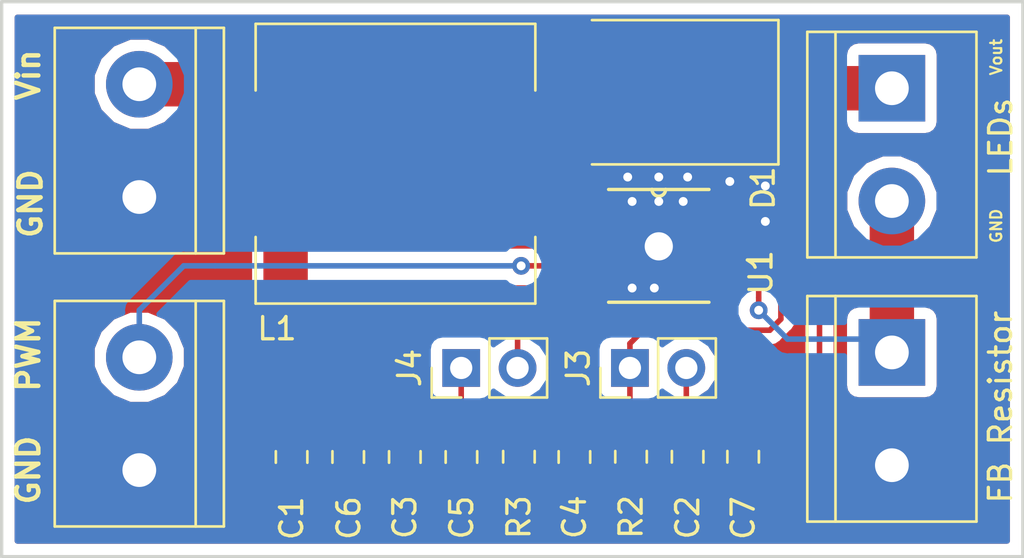
<source format=kicad_pcb>
(kicad_pcb (version 20171130) (host pcbnew "(5.0.2)-1")

  (general
    (thickness 1.6)
    (drawings 8)
    (tracks 102)
    (zones 0)
    (modules 18)
    (nets 13)
  )

  (page A4)
  (layers
    (0 F.Cu signal)
    (31 B.Cu signal)
    (32 B.Adhes user)
    (33 F.Adhes user)
    (34 B.Paste user)
    (35 F.Paste user)
    (36 B.SilkS user)
    (37 F.SilkS user)
    (38 B.Mask user)
    (39 F.Mask user)
    (40 Dwgs.User user)
    (41 Cmts.User user)
    (42 Eco1.User user)
    (43 Eco2.User user)
    (44 Edge.Cuts user)
    (45 Margin user)
    (46 B.CrtYd user)
    (47 F.CrtYd user)
    (48 B.Fab user)
    (49 F.Fab user hide)
  )

  (setup
    (last_trace_width 0.25)
    (trace_clearance 0.2)
    (zone_clearance 0.508)
    (zone_45_only no)
    (trace_min 0.2)
    (segment_width 0.2)
    (edge_width 0.15)
    (via_size 0.8)
    (via_drill 0.4)
    (via_min_size 0.4)
    (via_min_drill 0.3)
    (uvia_size 0.3)
    (uvia_drill 0.1)
    (uvias_allowed no)
    (uvia_min_size 0.2)
    (uvia_min_drill 0.1)
    (pcb_text_width 0.3)
    (pcb_text_size 1.5 1.5)
    (mod_edge_width 0.15)
    (mod_text_size 1 1)
    (mod_text_width 0.15)
    (pad_size 1.524 1.524)
    (pad_drill 0.762)
    (pad_to_mask_clearance 0.051)
    (solder_mask_min_width 0.25)
    (aux_axis_origin 0 0)
    (visible_elements 7FFFFFFF)
    (pcbplotparams
      (layerselection 0x010fc_ffffffff)
      (usegerberextensions false)
      (usegerberattributes false)
      (usegerberadvancedattributes false)
      (creategerberjobfile false)
      (excludeedgelayer true)
      (linewidth 0.100000)
      (plotframeref false)
      (viasonmask false)
      (mode 1)
      (useauxorigin false)
      (hpglpennumber 1)
      (hpglpenspeed 20)
      (hpglpendiameter 15.000000)
      (psnegative false)
      (psa4output false)
      (plotreference true)
      (plotvalue true)
      (plotinvisibletext false)
      (padsonsilk false)
      (subtractmaskfromsilk false)
      (outputformat 4)
      (mirror false)
      (drillshape 0)
      (scaleselection 1)
      (outputdirectory "pdf/"))
  )

  (net 0 "")
  (net 1 GND)
  (net 2 /PWM)
  (net 3 /Vin)
  (net 4 /FB)
  (net 5 /Vout)
  (net 6 /SW)
  (net 7 "Net-(C3-Pad1)")
  (net 8 /DIMC)
  (net 9 "Net-(C4-Pad1)")
  (net 10 "Net-(R3-Pad1)")
  (net 11 /OVP)
  (net 12 "Net-(C5-Pad1)")

  (net_class Default "This is the default net class."
    (clearance 0.2)
    (trace_width 0.25)
    (via_dia 0.8)
    (via_drill 0.4)
    (uvia_dia 0.3)
    (uvia_drill 0.1)
    (add_net /DIMC)
    (add_net /FB)
    (add_net /OVP)
    (add_net /PWM)
    (add_net /SW)
    (add_net /Vin)
    (add_net /Vout)
    (add_net GND)
    (add_net "Net-(C3-Pad1)")
    (add_net "Net-(C4-Pad1)")
    (add_net "Net-(C5-Pad1)")
    (add_net "Net-(R3-Pad1)")
  )

  (module TPS61500PWPR:SOP65P640X120-15N (layer F.Cu) (tedit 5D219052) (tstamp 5D3DD497)
    (at 51.6 26)
    (path /5D1EDDA4)
    (attr smd)
    (fp_text reference U1 (at 4.6 1.2 90) (layer F.SilkS)
      (effects (font (size 1 1) (thickness 0.15)))
    )
    (fp_text value TPS61500PWPR (at 1.7548 3.40789) (layer F.Fab)
      (effects (font (size 1.64206 1.64206) (thickness 0.05)))
    )
    (fp_line (start -2.2606 -1.8034) (end -2.2606 -2.1082) (layer Eco2.User) (width 0.1))
    (fp_line (start -2.2606 -2.1082) (end -3.302 -2.1082) (layer Eco2.User) (width 0.1))
    (fp_line (start -3.302 -2.1082) (end -3.302 -1.8034) (layer Eco2.User) (width 0.1))
    (fp_line (start -3.302 -1.8034) (end -2.2606 -1.8034) (layer Eco2.User) (width 0.1))
    (fp_line (start -2.2606 -1.143) (end -2.2606 -1.4478) (layer Eco2.User) (width 0.1))
    (fp_line (start -2.2606 -1.4478) (end -3.302 -1.4478) (layer Eco2.User) (width 0.1))
    (fp_line (start -3.302 -1.4478) (end -3.302 -1.143) (layer Eco2.User) (width 0.1))
    (fp_line (start -3.302 -1.143) (end -2.2606 -1.143) (layer Eco2.User) (width 0.1))
    (fp_line (start -2.2606 -0.508) (end -2.2606 -0.8128) (layer Eco2.User) (width 0.1))
    (fp_line (start -2.2606 -0.8128) (end -3.302 -0.8128) (layer Eco2.User) (width 0.1))
    (fp_line (start -3.302 -0.8128) (end -3.302 -0.508) (layer Eco2.User) (width 0.1))
    (fp_line (start -3.302 -0.508) (end -2.2606 -0.508) (layer Eco2.User) (width 0.1))
    (fp_line (start -2.2606 0.1524) (end -2.2606 -0.1524) (layer Eco2.User) (width 0.1))
    (fp_line (start -2.2606 -0.1524) (end -3.302 -0.1524) (layer Eco2.User) (width 0.1))
    (fp_line (start -3.302 -0.1524) (end -3.302 0.1524) (layer Eco2.User) (width 0.1))
    (fp_line (start -3.302 0.1524) (end -2.2606 0.1524) (layer Eco2.User) (width 0.1))
    (fp_line (start -2.2606 0.8128) (end -2.2606 0.508) (layer Eco2.User) (width 0.1))
    (fp_line (start -2.2606 0.508) (end -3.302 0.508) (layer Eco2.User) (width 0.1))
    (fp_line (start -3.302 0.508) (end -3.302 0.8128) (layer Eco2.User) (width 0.1))
    (fp_line (start -3.302 0.8128) (end -2.2606 0.8128) (layer Eco2.User) (width 0.1))
    (fp_line (start -2.2606 1.4478) (end -2.2606 1.143) (layer Eco2.User) (width 0.1))
    (fp_line (start -2.2606 1.143) (end -3.302 1.143) (layer Eco2.User) (width 0.1))
    (fp_line (start -3.302 1.143) (end -3.302 1.4478) (layer Eco2.User) (width 0.1))
    (fp_line (start -3.302 1.4478) (end -2.2606 1.4478) (layer Eco2.User) (width 0.1))
    (fp_line (start -2.2606 2.1082) (end -2.2606 1.8034) (layer Eco2.User) (width 0.1))
    (fp_line (start -2.2606 1.8034) (end -3.302 1.8034) (layer Eco2.User) (width 0.1))
    (fp_line (start -3.302 1.8034) (end -3.302 2.1082) (layer Eco2.User) (width 0.1))
    (fp_line (start -3.302 2.1082) (end -2.2606 2.1082) (layer Eco2.User) (width 0.1))
    (fp_line (start 2.2606 1.8034) (end 2.2606 2.1082) (layer Eco2.User) (width 0.1))
    (fp_line (start 2.2606 2.1082) (end 3.302 2.1082) (layer Eco2.User) (width 0.1))
    (fp_line (start 3.302 2.1082) (end 3.302 1.8034) (layer Eco2.User) (width 0.1))
    (fp_line (start 3.302 1.8034) (end 2.2606 1.8034) (layer Eco2.User) (width 0.1))
    (fp_line (start 2.2606 1.143) (end 2.2606 1.4478) (layer Eco2.User) (width 0.1))
    (fp_line (start 2.2606 1.4478) (end 3.302 1.4478) (layer Eco2.User) (width 0.1))
    (fp_line (start 3.302 1.4478) (end 3.302 1.143) (layer Eco2.User) (width 0.1))
    (fp_line (start 3.302 1.143) (end 2.2606 1.143) (layer Eco2.User) (width 0.1))
    (fp_line (start 2.2606 0.508) (end 2.2606 0.8128) (layer Eco2.User) (width 0.1))
    (fp_line (start 2.2606 0.8128) (end 3.302 0.8128) (layer Eco2.User) (width 0.1))
    (fp_line (start 3.302 0.8128) (end 3.302 0.508) (layer Eco2.User) (width 0.1))
    (fp_line (start 3.302 0.508) (end 2.2606 0.508) (layer Eco2.User) (width 0.1))
    (fp_line (start 2.2606 -0.1524) (end 2.2606 0.1524) (layer Eco2.User) (width 0.1))
    (fp_line (start 2.2606 0.1524) (end 3.302 0.1524) (layer Eco2.User) (width 0.1))
    (fp_line (start 3.302 0.1524) (end 3.302 -0.1524) (layer Eco2.User) (width 0.1))
    (fp_line (start 3.302 -0.1524) (end 2.2606 -0.1524) (layer Eco2.User) (width 0.1))
    (fp_line (start 2.2606 -0.8128) (end 2.2606 -0.508) (layer Eco2.User) (width 0.1))
    (fp_line (start 2.2606 -0.508) (end 3.302 -0.508) (layer Eco2.User) (width 0.1))
    (fp_line (start 3.302 -0.508) (end 3.302 -0.8128) (layer Eco2.User) (width 0.1))
    (fp_line (start 3.302 -0.8128) (end 2.2606 -0.8128) (layer Eco2.User) (width 0.1))
    (fp_line (start 2.2606 -1.4478) (end 2.2606 -1.143) (layer Eco2.User) (width 0.1))
    (fp_line (start 2.2606 -1.143) (end 3.302 -1.143) (layer Eco2.User) (width 0.1))
    (fp_line (start 3.302 -1.143) (end 3.302 -1.4478) (layer Eco2.User) (width 0.1))
    (fp_line (start 3.302 -1.4478) (end 2.2606 -1.4478) (layer Eco2.User) (width 0.1))
    (fp_line (start 2.2606 -2.1082) (end 2.2606 -1.8034) (layer Eco2.User) (width 0.1))
    (fp_line (start 2.2606 -1.8034) (end 3.302 -1.8034) (layer Eco2.User) (width 0.1))
    (fp_line (start 3.302 -1.8034) (end 3.302 -2.1082) (layer Eco2.User) (width 0.1))
    (fp_line (start 3.302 -2.1082) (end 2.2606 -2.1082) (layer Eco2.User) (width 0.1))
    (fp_line (start -2.2606 2.54) (end 2.2606 2.54) (layer Eco2.User) (width 0.1))
    (fp_line (start 2.2606 2.54) (end 2.2606 -2.54) (layer Eco2.User) (width 0.1))
    (fp_line (start 2.2606 -2.54) (end 0.3048 -2.54) (layer Eco2.User) (width 0.1))
    (fp_line (start 0.3048 -2.54) (end -0.3048 -2.54) (layer Eco2.User) (width 0.1))
    (fp_line (start -0.3048 -2.54) (end -2.2606 -2.54) (layer Eco2.User) (width 0.1))
    (fp_line (start -2.2606 -2.54) (end -2.2606 2.54) (layer Eco2.User) (width 0.1))
    (fp_arc (start 0 -2.54) (end -0.3048 -2.54) (angle -180) (layer Eco2.User) (width 0.1))
    (fp_line (start 3.9878 0.635) (end 4.9784 0.635) (layer F.SilkS) (width 0.1524))
    (fp_line (start -2.2606 2.54) (end 2.2606 2.54) (layer F.SilkS) (width 0.1524))
    (fp_line (start 2.2606 -2.54) (end 0.3048 -2.54) (layer F.SilkS) (width 0.1524))
    (fp_line (start 0.3048 -2.54) (end -0.3048 -2.54) (layer F.SilkS) (width 0.1524))
    (fp_line (start -0.3048 -2.54) (end -2.2606 -2.54) (layer F.SilkS) (width 0.1524))
    (fp_arc (start 0 -2.54) (end -0.3048 -2.54) (angle -180) (layer F.SilkS) (width 0.1524))
    (pad 1 smd rect (at -2.921 -1.9558) (size 1.4732 0.3556) (layers F.Cu F.Paste F.Mask)
      (net 6 /SW))
    (pad 2 smd rect (at -2.921 -1.2954) (size 1.4732 0.3556) (layers F.Cu F.Paste F.Mask)
      (net 6 /SW))
    (pad 3 smd rect (at -2.921 -0.6604) (size 1.4732 0.3556) (layers F.Cu F.Paste F.Mask)
      (net 3 /Vin))
    (pad 4 smd rect (at -2.921 0) (size 1.4732 0.3556) (layers F.Cu F.Paste F.Mask)
      (net 2 /PWM))
    (pad 5 smd rect (at -2.921 0.6604) (size 1.4732 0.3556) (layers F.Cu F.Paste F.Mask)
      (net 7 "Net-(C3-Pad1)"))
    (pad 6 smd rect (at -2.921 1.2954) (size 1.4732 0.3556) (layers F.Cu F.Paste F.Mask)
      (net 8 /DIMC))
    (pad 7 smd rect (at -2.921 1.9558) (size 1.4732 0.3556) (layers F.Cu F.Paste F.Mask)
      (net 1 GND))
    (pad 8 smd rect (at 2.921 1.9558) (size 1.4732 0.3556) (layers F.Cu F.Paste F.Mask)
      (net 9 "Net-(C4-Pad1)"))
    (pad 9 smd rect (at 2.921 1.2954) (size 1.4732 0.3556) (layers F.Cu F.Paste F.Mask)
      (net 4 /FB))
    (pad 10 smd rect (at 2.921 0.6604) (size 1.4732 0.3556) (layers F.Cu F.Paste F.Mask)
      (net 10 "Net-(R3-Pad1)"))
    (pad 11 smd rect (at 2.921 0) (size 1.4732 0.3556) (layers F.Cu F.Paste F.Mask)
      (net 11 /OVP))
    (pad 12 smd rect (at 2.921 -0.6604) (size 1.4732 0.3556) (layers F.Cu F.Paste F.Mask)
      (net 1 GND))
    (pad 13 smd rect (at 2.921 -1.2954) (size 1.4732 0.3556) (layers F.Cu F.Paste F.Mask)
      (net 1 GND))
    (pad 14 smd rect (at 2.921 -1.9558) (size 1.4732 0.3556) (layers F.Cu F.Paste F.Mask)
      (net 1 GND))
    (pad 15 smd rect (at 0 0) (size 2.3114 2.4638) (layers F.Cu F.Paste F.Mask)
      (net 1 GND))
  )

  (module Diode_SMD:D_SMC (layer F.Cu) (tedit 5864295D) (tstamp 5D3DE968)
    (at 52.19 19.08 180)
    (descr "Diode SMC (DO-214AB)")
    (tags "Diode SMC (DO-214AB)")
    (path /5D1F7EC7)
    (attr smd)
    (fp_text reference D1 (at -4.11 -4.32 270) (layer F.SilkS)
      (effects (font (size 1 1) (thickness 0.15)))
    )
    (fp_text value SS54 (at 0 2.18 180) (layer F.Fab)
      (effects (font (size 1 1) (thickness 0.15)))
    )
    (fp_text user %R (at 0 -1.9 180) (layer F.Fab)
      (effects (font (size 1 1) (thickness 0.15)))
    )
    (fp_line (start -4.8 3.25) (end -4.8 -3.25) (layer F.SilkS) (width 0.12))
    (fp_line (start 3.55 3.1) (end -3.55 3.1) (layer F.Fab) (width 0.1))
    (fp_line (start -3.55 3.1) (end -3.55 -3.1) (layer F.Fab) (width 0.1))
    (fp_line (start 3.55 -3.1) (end 3.55 3.1) (layer F.Fab) (width 0.1))
    (fp_line (start 3.55 -3.1) (end -3.55 -3.1) (layer F.Fab) (width 0.1))
    (fp_line (start -4.9 -3.35) (end 4.9 -3.35) (layer F.CrtYd) (width 0.05))
    (fp_line (start 4.9 -3.35) (end 4.9 3.35) (layer F.CrtYd) (width 0.05))
    (fp_line (start 4.9 3.35) (end -4.9 3.35) (layer F.CrtYd) (width 0.05))
    (fp_line (start -4.9 3.35) (end -4.9 -3.35) (layer F.CrtYd) (width 0.05))
    (fp_line (start -0.64944 0.00102) (end -1.55114 0.00102) (layer F.Fab) (width 0.1))
    (fp_line (start 0.50118 0.00102) (end 1.4994 0.00102) (layer F.Fab) (width 0.1))
    (fp_line (start -0.64944 -0.79908) (end -0.64944 0.80112) (layer F.Fab) (width 0.1))
    (fp_line (start 0.50118 0.75032) (end 0.50118 -0.79908) (layer F.Fab) (width 0.1))
    (fp_line (start -0.64944 0.00102) (end 0.50118 0.75032) (layer F.Fab) (width 0.1))
    (fp_line (start -0.64944 0.00102) (end 0.50118 -0.79908) (layer F.Fab) (width 0.1))
    (fp_line (start -4.8 3.25) (end 3.6 3.25) (layer F.SilkS) (width 0.12))
    (fp_line (start -4.8 -3.25) (end 3.6 -3.25) (layer F.SilkS) (width 0.12))
    (pad 1 smd rect (at -3.4 0 270) (size 3.3 2.5) (layers F.Cu F.Paste F.Mask)
      (net 5 /Vout))
    (pad 2 smd rect (at 3.4 0 270) (size 3.3 2.5) (layers F.Cu F.Paste F.Mask)
      (net 6 /SW))
    (model ${KISYS3DMOD}/Diode_SMD.3dshapes/D_SMC.wrl
      (at (xyz 0 0 0))
      (scale (xyz 1 1 1))
      (rotate (xyz 0 0 0))
    )
  )

  (module Capacitor_SMD:C_0805_2012Metric (layer F.Cu) (tedit 5B36C52B) (tstamp 5D3DD5C3)
    (at 35.06 35.51 270)
    (descr "Capacitor SMD 0805 (2012 Metric), square (rectangular) end terminal, IPC_7351 nominal, (Body size source: https://docs.google.com/spreadsheets/d/1BsfQQcO9C6DZCsRaXUlFlo91Tg2WpOkGARC1WS5S8t0/edit?usp=sharing), generated with kicad-footprint-generator")
    (tags capacitor)
    (path /5D1F7E5F)
    (attr smd)
    (fp_text reference C1 (at 2.76 0 270) (layer F.SilkS)
      (effects (font (size 1 1) (thickness 0.15)))
    )
    (fp_text value 10uF (at 0 1.65 270) (layer F.Fab)
      (effects (font (size 1 1) (thickness 0.15)))
    )
    (fp_line (start -1 0.6) (end -1 -0.6) (layer F.Fab) (width 0.1))
    (fp_line (start -1 -0.6) (end 1 -0.6) (layer F.Fab) (width 0.1))
    (fp_line (start 1 -0.6) (end 1 0.6) (layer F.Fab) (width 0.1))
    (fp_line (start 1 0.6) (end -1 0.6) (layer F.Fab) (width 0.1))
    (fp_line (start -0.258578 -0.71) (end 0.258578 -0.71) (layer F.SilkS) (width 0.12))
    (fp_line (start -0.258578 0.71) (end 0.258578 0.71) (layer F.SilkS) (width 0.12))
    (fp_line (start -1.68 0.95) (end -1.68 -0.95) (layer F.CrtYd) (width 0.05))
    (fp_line (start -1.68 -0.95) (end 1.68 -0.95) (layer F.CrtYd) (width 0.05))
    (fp_line (start 1.68 -0.95) (end 1.68 0.95) (layer F.CrtYd) (width 0.05))
    (fp_line (start 1.68 0.95) (end -1.68 0.95) (layer F.CrtYd) (width 0.05))
    (fp_text user %R (at 0 0 270) (layer F.Fab)
      (effects (font (size 0.5 0.5) (thickness 0.08)))
    )
    (pad 1 smd roundrect (at -0.9375 0 270) (size 0.975 1.4) (layers F.Cu F.Paste F.Mask) (roundrect_rratio 0.25)
      (net 3 /Vin))
    (pad 2 smd roundrect (at 0.9375 0 270) (size 0.975 1.4) (layers F.Cu F.Paste F.Mask) (roundrect_rratio 0.25)
      (net 1 GND))
    (model ${KISYS3DMOD}/Capacitor_SMD.3dshapes/C_0805_2012Metric.wrl
      (at (xyz 0 0 0))
      (scale (xyz 1 1 1))
      (rotate (xyz 0 0 0))
    )
  )

  (module Capacitor_SMD:C_0805_2012Metric (layer F.Cu) (tedit 5B36C52B) (tstamp 5D3DD5B2)
    (at 45.3 35.5 270)
    (descr "Capacitor SMD 0805 (2012 Metric), square (rectangular) end terminal, IPC_7351 nominal, (Body size source: https://docs.google.com/spreadsheets/d/1BsfQQcO9C6DZCsRaXUlFlo91Tg2WpOkGARC1WS5S8t0/edit?usp=sharing), generated with kicad-footprint-generator")
    (tags capacitor)
    (path /5D1F7AAC)
    (attr smd)
    (fp_text reference R3 (at 2.72 0 270) (layer F.SilkS)
      (effects (font (size 1 1) (thickness 0.15)))
    )
    (fp_text value 33k (at 0 1.65 270) (layer F.Fab)
      (effects (font (size 1 1) (thickness 0.15)))
    )
    (fp_text user %R (at 0 0 270) (layer F.Fab)
      (effects (font (size 0.5 0.5) (thickness 0.08)))
    )
    (fp_line (start 1.68 0.95) (end -1.68 0.95) (layer F.CrtYd) (width 0.05))
    (fp_line (start 1.68 -0.95) (end 1.68 0.95) (layer F.CrtYd) (width 0.05))
    (fp_line (start -1.68 -0.95) (end 1.68 -0.95) (layer F.CrtYd) (width 0.05))
    (fp_line (start -1.68 0.95) (end -1.68 -0.95) (layer F.CrtYd) (width 0.05))
    (fp_line (start -0.258578 0.71) (end 0.258578 0.71) (layer F.SilkS) (width 0.12))
    (fp_line (start -0.258578 -0.71) (end 0.258578 -0.71) (layer F.SilkS) (width 0.12))
    (fp_line (start 1 0.6) (end -1 0.6) (layer F.Fab) (width 0.1))
    (fp_line (start 1 -0.6) (end 1 0.6) (layer F.Fab) (width 0.1))
    (fp_line (start -1 -0.6) (end 1 -0.6) (layer F.Fab) (width 0.1))
    (fp_line (start -1 0.6) (end -1 -0.6) (layer F.Fab) (width 0.1))
    (pad 2 smd roundrect (at 0.9375 0 270) (size 0.975 1.4) (layers F.Cu F.Paste F.Mask) (roundrect_rratio 0.25)
      (net 1 GND))
    (pad 1 smd roundrect (at -0.9375 0 270) (size 0.975 1.4) (layers F.Cu F.Paste F.Mask) (roundrect_rratio 0.25)
      (net 10 "Net-(R3-Pad1)"))
    (model ${KISYS3DMOD}/Capacitor_SMD.3dshapes/C_0805_2012Metric.wrl
      (at (xyz 0 0 0))
      (scale (xyz 1 1 1))
      (rotate (xyz 0 0 0))
    )
  )

  (module Capacitor_SMD:C_0805_2012Metric (layer F.Cu) (tedit 5B36C52B) (tstamp 5D3DD5A1)
    (at 50.35 35.5 270)
    (descr "Capacitor SMD 0805 (2012 Metric), square (rectangular) end terminal, IPC_7351 nominal, (Body size source: https://docs.google.com/spreadsheets/d/1BsfQQcO9C6DZCsRaXUlFlo91Tg2WpOkGARC1WS5S8t0/edit?usp=sharing), generated with kicad-footprint-generator")
    (tags capacitor)
    (path /5D1F7B84)
    (attr smd)
    (fp_text reference R2 (at 2.71 0 270) (layer F.SilkS)
      (effects (font (size 1 1) (thickness 0.15)))
    )
    (fp_text value 10k (at 0 1.65 270) (layer F.Fab)
      (effects (font (size 1 1) (thickness 0.15)))
    )
    (fp_line (start -1 0.6) (end -1 -0.6) (layer F.Fab) (width 0.1))
    (fp_line (start -1 -0.6) (end 1 -0.6) (layer F.Fab) (width 0.1))
    (fp_line (start 1 -0.6) (end 1 0.6) (layer F.Fab) (width 0.1))
    (fp_line (start 1 0.6) (end -1 0.6) (layer F.Fab) (width 0.1))
    (fp_line (start -0.258578 -0.71) (end 0.258578 -0.71) (layer F.SilkS) (width 0.12))
    (fp_line (start -0.258578 0.71) (end 0.258578 0.71) (layer F.SilkS) (width 0.12))
    (fp_line (start -1.68 0.95) (end -1.68 -0.95) (layer F.CrtYd) (width 0.05))
    (fp_line (start -1.68 -0.95) (end 1.68 -0.95) (layer F.CrtYd) (width 0.05))
    (fp_line (start 1.68 -0.95) (end 1.68 0.95) (layer F.CrtYd) (width 0.05))
    (fp_line (start 1.68 0.95) (end -1.68 0.95) (layer F.CrtYd) (width 0.05))
    (fp_text user %R (at 0 0 270) (layer F.Fab)
      (effects (font (size 0.5 0.5) (thickness 0.08)))
    )
    (pad 1 smd roundrect (at -0.9375 0 270) (size 0.975 1.4) (layers F.Cu F.Paste F.Mask) (roundrect_rratio 0.25)
      (net 11 /OVP))
    (pad 2 smd roundrect (at 0.9375 0 270) (size 0.975 1.4) (layers F.Cu F.Paste F.Mask) (roundrect_rratio 0.25)
      (net 1 GND))
    (model ${KISYS3DMOD}/Capacitor_SMD.3dshapes/C_0805_2012Metric.wrl
      (at (xyz 0 0 0))
      (scale (xyz 1 1 1))
      (rotate (xyz 0 0 0))
    )
  )

  (module Capacitor_SMD:C_0805_2012Metric (layer F.Cu) (tedit 5D21904D) (tstamp 5D3DD590)
    (at 52.9 35.5 270)
    (descr "Capacitor SMD 0805 (2012 Metric), square (rectangular) end terminal, IPC_7351 nominal, (Body size source: https://docs.google.com/spreadsheets/d/1BsfQQcO9C6DZCsRaXUlFlo91Tg2WpOkGARC1WS5S8t0/edit?usp=sharing), generated with kicad-footprint-generator")
    (tags capacitor)
    (path /5D1F7E2B)
    (attr smd)
    (fp_text reference C2 (at 2.74 0 270) (layer F.SilkS)
      (effects (font (size 1 1) (thickness 0.15)))
    )
    (fp_text value 10uF (at 0 1.65 270) (layer F.Fab)
      (effects (font (size 1 1) (thickness 0.15)))
    )
    (fp_text user %R (at 0 0 270) (layer F.Fab)
      (effects (font (size 0.5 0.5) (thickness 0.08)))
    )
    (fp_line (start 1.68 0.95) (end -1.68 0.95) (layer F.CrtYd) (width 0.05))
    (fp_line (start 1.68 -0.95) (end 1.68 0.95) (layer F.CrtYd) (width 0.05))
    (fp_line (start -1.68 -0.95) (end 1.68 -0.95) (layer F.CrtYd) (width 0.05))
    (fp_line (start -1.68 0.95) (end -1.68 -0.95) (layer F.CrtYd) (width 0.05))
    (fp_line (start -0.258578 0.71) (end 0.258578 0.71) (layer F.SilkS) (width 0.12))
    (fp_line (start -0.258578 -0.71) (end 0.258578 -0.71) (layer F.SilkS) (width 0.12))
    (fp_line (start 1 0.6) (end -1 0.6) (layer F.Fab) (width 0.1))
    (fp_line (start 1 -0.6) (end 1 0.6) (layer F.Fab) (width 0.1))
    (fp_line (start -1 -0.6) (end 1 -0.6) (layer F.Fab) (width 0.1))
    (fp_line (start -1 0.6) (end -1 -0.6) (layer F.Fab) (width 0.1))
    (pad 2 smd roundrect (at 0.9375 0 270) (size 0.975 1.4) (layers F.Cu F.Paste F.Mask) (roundrect_rratio 0.25)
      (net 1 GND))
    (pad 1 smd roundrect (at -0.9375 0 270) (size 0.975 1.4) (layers F.Cu F.Paste F.Mask) (roundrect_rratio 0.25)
      (net 5 /Vout))
    (model ${KISYS3DMOD}/Capacitor_SMD.3dshapes/C_0805_2012Metric.wrl
      (at (xyz 0 0 0))
      (scale (xyz 1 1 1))
      (rotate (xyz 0 0 0))
    )
  )

  (module Capacitor_SMD:C_0805_2012Metric (layer F.Cu) (tedit 5B36C52B) (tstamp 5D3DD57F)
    (at 40.16 35.51 270)
    (descr "Capacitor SMD 0805 (2012 Metric), square (rectangular) end terminal, IPC_7351 nominal, (Body size source: https://docs.google.com/spreadsheets/d/1BsfQQcO9C6DZCsRaXUlFlo91Tg2WpOkGARC1WS5S8t0/edit?usp=sharing), generated with kicad-footprint-generator")
    (tags capacitor)
    (path /5D1F7E80)
    (attr smd)
    (fp_text reference C3 (at 2.71 0 270) (layer F.SilkS)
      (effects (font (size 1 1) (thickness 0.15)))
    )
    (fp_text value 0.1uF (at 0 1.3 270) (layer F.Fab)
      (effects (font (size 1 1) (thickness 0.15)))
    )
    (fp_line (start -1 0.6) (end -1 -0.6) (layer F.Fab) (width 0.1))
    (fp_line (start -1 -0.6) (end 1 -0.6) (layer F.Fab) (width 0.1))
    (fp_line (start 1 -0.6) (end 1 0.6) (layer F.Fab) (width 0.1))
    (fp_line (start 1 0.6) (end -1 0.6) (layer F.Fab) (width 0.1))
    (fp_line (start -0.258578 -0.71) (end 0.258578 -0.71) (layer F.SilkS) (width 0.12))
    (fp_line (start -0.258578 0.71) (end 0.258578 0.71) (layer F.SilkS) (width 0.12))
    (fp_line (start -1.68 0.95) (end -1.68 -0.95) (layer F.CrtYd) (width 0.05))
    (fp_line (start -1.68 -0.95) (end 1.68 -0.95) (layer F.CrtYd) (width 0.05))
    (fp_line (start 1.68 -0.95) (end 1.68 0.95) (layer F.CrtYd) (width 0.05))
    (fp_line (start 1.68 0.95) (end -1.68 0.95) (layer F.CrtYd) (width 0.05))
    (fp_text user %R (at 0 0 270) (layer F.Fab)
      (effects (font (size 0.5 0.5) (thickness 0.08)))
    )
    (pad 1 smd roundrect (at -0.9375 0 270) (size 0.975 1.4) (layers F.Cu F.Paste F.Mask) (roundrect_rratio 0.25)
      (net 7 "Net-(C3-Pad1)"))
    (pad 2 smd roundrect (at 0.9375 0 270) (size 0.975 1.4) (layers F.Cu F.Paste F.Mask) (roundrect_rratio 0.25)
      (net 1 GND))
    (model ${KISYS3DMOD}/Capacitor_SMD.3dshapes/C_0805_2012Metric.wrl
      (at (xyz 0 0 0))
      (scale (xyz 1 1 1))
      (rotate (xyz 0 0 0))
    )
  )

  (module Capacitor_SMD:C_0805_2012Metric (layer F.Cu) (tedit 5B36C52B) (tstamp 5D3DD56E)
    (at 47.8 35.51 270)
    (descr "Capacitor SMD 0805 (2012 Metric), square (rectangular) end terminal, IPC_7351 nominal, (Body size source: https://docs.google.com/spreadsheets/d/1BsfQQcO9C6DZCsRaXUlFlo91Tg2WpOkGARC1WS5S8t0/edit?usp=sharing), generated with kicad-footprint-generator")
    (tags capacitor)
    (path /5D1F7E08)
    (attr smd)
    (fp_text reference C4 (at 2.71 0 270) (layer F.SilkS)
      (effects (font (size 1 1) (thickness 0.15)))
    )
    (fp_text value 0.1uF (at 0 1.65 270) (layer F.Fab)
      (effects (font (size 1 1) (thickness 0.15)))
    )
    (fp_text user %R (at 0 0 270) (layer F.Fab)
      (effects (font (size 0.5 0.5) (thickness 0.08)))
    )
    (fp_line (start 1.68 0.95) (end -1.68 0.95) (layer F.CrtYd) (width 0.05))
    (fp_line (start 1.68 -0.95) (end 1.68 0.95) (layer F.CrtYd) (width 0.05))
    (fp_line (start -1.68 -0.95) (end 1.68 -0.95) (layer F.CrtYd) (width 0.05))
    (fp_line (start -1.68 0.95) (end -1.68 -0.95) (layer F.CrtYd) (width 0.05))
    (fp_line (start -0.258578 0.71) (end 0.258578 0.71) (layer F.SilkS) (width 0.12))
    (fp_line (start -0.258578 -0.71) (end 0.258578 -0.71) (layer F.SilkS) (width 0.12))
    (fp_line (start 1 0.6) (end -1 0.6) (layer F.Fab) (width 0.1))
    (fp_line (start 1 -0.6) (end 1 0.6) (layer F.Fab) (width 0.1))
    (fp_line (start -1 -0.6) (end 1 -0.6) (layer F.Fab) (width 0.1))
    (fp_line (start -1 0.6) (end -1 -0.6) (layer F.Fab) (width 0.1))
    (pad 2 smd roundrect (at 0.9375 0 270) (size 0.975 1.4) (layers F.Cu F.Paste F.Mask) (roundrect_rratio 0.25)
      (net 1 GND))
    (pad 1 smd roundrect (at -0.9375 0 270) (size 0.975 1.4) (layers F.Cu F.Paste F.Mask) (roundrect_rratio 0.25)
      (net 9 "Net-(C4-Pad1)"))
    (model ${KISYS3DMOD}/Capacitor_SMD.3dshapes/C_0805_2012Metric.wrl
      (at (xyz 0 0 0))
      (scale (xyz 1 1 1))
      (rotate (xyz 0 0 0))
    )
  )

  (module Capacitor_SMD:C_0805_2012Metric (layer F.Cu) (tedit 5B36C52B) (tstamp 5D3DD55D)
    (at 42.71 35.51 270)
    (descr "Capacitor SMD 0805 (2012 Metric), square (rectangular) end terminal, IPC_7351 nominal, (Body size source: https://docs.google.com/spreadsheets/d/1BsfQQcO9C6DZCsRaXUlFlo91Tg2WpOkGARC1WS5S8t0/edit?usp=sharing), generated with kicad-footprint-generator")
    (tags capacitor)
    (path /5D1F7DA6)
    (attr smd)
    (fp_text reference C5 (at 2.73 -0.01 270) (layer F.SilkS)
      (effects (font (size 1 1) (thickness 0.15)))
    )
    (fp_text value 1uF (at 0 1.65 270) (layer F.Fab)
      (effects (font (size 1 1) (thickness 0.15)))
    )
    (fp_line (start -1 0.6) (end -1 -0.6) (layer F.Fab) (width 0.1))
    (fp_line (start -1 -0.6) (end 1 -0.6) (layer F.Fab) (width 0.1))
    (fp_line (start 1 -0.6) (end 1 0.6) (layer F.Fab) (width 0.1))
    (fp_line (start 1 0.6) (end -1 0.6) (layer F.Fab) (width 0.1))
    (fp_line (start -0.258578 -0.71) (end 0.258578 -0.71) (layer F.SilkS) (width 0.12))
    (fp_line (start -0.258578 0.71) (end 0.258578 0.71) (layer F.SilkS) (width 0.12))
    (fp_line (start -1.68 0.95) (end -1.68 -0.95) (layer F.CrtYd) (width 0.05))
    (fp_line (start -1.68 -0.95) (end 1.68 -0.95) (layer F.CrtYd) (width 0.05))
    (fp_line (start 1.68 -0.95) (end 1.68 0.95) (layer F.CrtYd) (width 0.05))
    (fp_line (start 1.68 0.95) (end -1.68 0.95) (layer F.CrtYd) (width 0.05))
    (fp_text user %R (at 0 0 270) (layer F.Fab)
      (effects (font (size 0.5 0.5) (thickness 0.08)))
    )
    (pad 1 smd roundrect (at -0.9375 0 270) (size 0.975 1.4) (layers F.Cu F.Paste F.Mask) (roundrect_rratio 0.25)
      (net 12 "Net-(C5-Pad1)"))
    (pad 2 smd roundrect (at 0.9375 0 270) (size 0.975 1.4) (layers F.Cu F.Paste F.Mask) (roundrect_rratio 0.25)
      (net 1 GND))
    (model ${KISYS3DMOD}/Capacitor_SMD.3dshapes/C_0805_2012Metric.wrl
      (at (xyz 0 0 0))
      (scale (xyz 1 1 1))
      (rotate (xyz 0 0 0))
    )
  )

  (module Capacitor_SMD:C_0805_2012Metric (layer F.Cu) (tedit 5D219038) (tstamp 5D3DD54C)
    (at 55.4 35.5 270)
    (descr "Capacitor SMD 0805 (2012 Metric), square (rectangular) end terminal, IPC_7351 nominal, (Body size source: https://docs.google.com/spreadsheets/d/1BsfQQcO9C6DZCsRaXUlFlo91Tg2WpOkGARC1WS5S8t0/edit?usp=sharing), generated with kicad-footprint-generator")
    (tags capacitor)
    (path /5D21DAD7)
    (attr smd)
    (fp_text reference C7 (at 2.76 0 270) (layer F.SilkS)
      (effects (font (size 1 1) (thickness 0.15)))
    )
    (fp_text value C (at 0 1.65 270) (layer F.Fab)
      (effects (font (size 1 1) (thickness 0.15)))
    )
    (fp_text user %R (at 0 0 270) (layer F.Fab)
      (effects (font (size 0.5 0.5) (thickness 0.08)))
    )
    (fp_line (start 1.68 0.95) (end -1.68 0.95) (layer F.CrtYd) (width 0.05))
    (fp_line (start 1.68 -0.95) (end 1.68 0.95) (layer F.CrtYd) (width 0.05))
    (fp_line (start -1.68 -0.95) (end 1.68 -0.95) (layer F.CrtYd) (width 0.05))
    (fp_line (start -1.68 0.95) (end -1.68 -0.95) (layer F.CrtYd) (width 0.05))
    (fp_line (start -0.258578 0.71) (end 0.258578 0.71) (layer F.SilkS) (width 0.12))
    (fp_line (start -0.258578 -0.71) (end 0.258578 -0.71) (layer F.SilkS) (width 0.12))
    (fp_line (start 1 0.6) (end -1 0.6) (layer F.Fab) (width 0.1))
    (fp_line (start 1 -0.6) (end 1 0.6) (layer F.Fab) (width 0.1))
    (fp_line (start -1 -0.6) (end 1 -0.6) (layer F.Fab) (width 0.1))
    (fp_line (start -1 0.6) (end -1 -0.6) (layer F.Fab) (width 0.1))
    (pad 2 smd roundrect (at 0.9375 0 270) (size 0.975 1.4) (layers F.Cu F.Paste F.Mask) (roundrect_rratio 0.25)
      (net 1 GND))
    (pad 1 smd roundrect (at -0.9375 0 270) (size 0.975 1.4) (layers F.Cu F.Paste F.Mask) (roundrect_rratio 0.25)
      (net 5 /Vout))
    (model ${KISYS3DMOD}/Capacitor_SMD.3dshapes/C_0805_2012Metric.wrl
      (at (xyz 0 0 0))
      (scale (xyz 1 1 1))
      (rotate (xyz 0 0 0))
    )
  )

  (module Capacitor_SMD:C_0805_2012Metric (layer F.Cu) (tedit 5D21926C) (tstamp 5D3DD53B)
    (at 37.61 35.51 270)
    (descr "Capacitor SMD 0805 (2012 Metric), square (rectangular) end terminal, IPC_7351 nominal, (Body size source: https://docs.google.com/spreadsheets/d/1BsfQQcO9C6DZCsRaXUlFlo91Tg2WpOkGARC1WS5S8t0/edit?usp=sharing), generated with kicad-footprint-generator")
    (tags capacitor)
    (path /5D21B57E)
    (attr smd)
    (fp_text reference C6 (at 2.75 -0.03 270) (layer F.SilkS)
      (effects (font (size 1 1) (thickness 0.15)))
    )
    (fp_text value C (at -0.02 1 270) (layer F.Fab)
      (effects (font (size 1 1) (thickness 0.15)))
    )
    (fp_line (start -1 0.6) (end -1 -0.6) (layer F.Fab) (width 0.1))
    (fp_line (start -1 -0.6) (end 1 -0.6) (layer F.Fab) (width 0.1))
    (fp_line (start 1 -0.6) (end 1 0.6) (layer F.Fab) (width 0.1))
    (fp_line (start 1 0.6) (end -1 0.6) (layer F.Fab) (width 0.1))
    (fp_line (start -0.258578 -0.71) (end 0.258578 -0.71) (layer F.SilkS) (width 0.12))
    (fp_line (start -0.258578 0.71) (end 0.258578 0.71) (layer F.SilkS) (width 0.12))
    (fp_line (start -1.68 0.95) (end -1.68 -0.95) (layer F.CrtYd) (width 0.05))
    (fp_line (start -1.68 -0.95) (end 1.68 -0.95) (layer F.CrtYd) (width 0.05))
    (fp_line (start 1.68 -0.95) (end 1.68 0.95) (layer F.CrtYd) (width 0.05))
    (fp_line (start 1.68 0.95) (end -1.68 0.95) (layer F.CrtYd) (width 0.05))
    (fp_text user %R (at 0 0 270) (layer F.Fab)
      (effects (font (size 0.5 0.5) (thickness 0.08)))
    )
    (pad 1 smd roundrect (at -0.9375 0 270) (size 0.975 1.4) (layers F.Cu F.Paste F.Mask) (roundrect_rratio 0.25)
      (net 3 /Vin))
    (pad 2 smd roundrect (at 0.9375 0 270) (size 0.975 1.4) (layers F.Cu F.Paste F.Mask) (roundrect_rratio 0.25)
      (net 1 GND))
    (model ${KISYS3DMOD}/Capacitor_SMD.3dshapes/C_0805_2012Metric.wrl
      (at (xyz 0 0 0))
      (scale (xyz 1 1 1))
      (rotate (xyz 0 0 0))
    )
  )

  (module Connector_PinHeader_2.54mm:PinHeader_1x02_P2.54mm_Vertical (layer F.Cu) (tedit 59FED5CC) (tstamp 5D3DD52A)
    (at 42.7 31.5 90)
    (descr "Through hole straight pin header, 1x02, 2.54mm pitch, single row")
    (tags "Through hole pin header THT 1x02 2.54mm single row")
    (path /5D218889)
    (fp_text reference J4 (at 0 -2.33 90) (layer F.SilkS)
      (effects (font (size 1 1) (thickness 0.15)))
    )
    (fp_text value EN_DIMC (at -1.5 1.3 180) (layer F.Fab)
      (effects (font (size 1 1) (thickness 0.15)))
    )
    (fp_text user %R (at 0 1.27 180) (layer F.Fab)
      (effects (font (size 1 1) (thickness 0.15)))
    )
    (fp_line (start 1.8 -1.8) (end -1.8 -1.8) (layer F.CrtYd) (width 0.05))
    (fp_line (start 1.8 4.35) (end 1.8 -1.8) (layer F.CrtYd) (width 0.05))
    (fp_line (start -1.8 4.35) (end 1.8 4.35) (layer F.CrtYd) (width 0.05))
    (fp_line (start -1.8 -1.8) (end -1.8 4.35) (layer F.CrtYd) (width 0.05))
    (fp_line (start -1.33 -1.33) (end 0 -1.33) (layer F.SilkS) (width 0.12))
    (fp_line (start -1.33 0) (end -1.33 -1.33) (layer F.SilkS) (width 0.12))
    (fp_line (start -1.33 1.27) (end 1.33 1.27) (layer F.SilkS) (width 0.12))
    (fp_line (start 1.33 1.27) (end 1.33 3.87) (layer F.SilkS) (width 0.12))
    (fp_line (start -1.33 1.27) (end -1.33 3.87) (layer F.SilkS) (width 0.12))
    (fp_line (start -1.33 3.87) (end 1.33 3.87) (layer F.SilkS) (width 0.12))
    (fp_line (start -1.27 -0.635) (end -0.635 -1.27) (layer F.Fab) (width 0.1))
    (fp_line (start -1.27 3.81) (end -1.27 -0.635) (layer F.Fab) (width 0.1))
    (fp_line (start 1.27 3.81) (end -1.27 3.81) (layer F.Fab) (width 0.1))
    (fp_line (start 1.27 -1.27) (end 1.27 3.81) (layer F.Fab) (width 0.1))
    (fp_line (start -0.635 -1.27) (end 1.27 -1.27) (layer F.Fab) (width 0.1))
    (pad 2 thru_hole oval (at 0 2.54 90) (size 1.7 1.7) (drill 1) (layers *.Cu *.Mask)
      (net 8 /DIMC))
    (pad 1 thru_hole rect (at 0 0 90) (size 1.7 1.7) (drill 1) (layers *.Cu *.Mask)
      (net 12 "Net-(C5-Pad1)"))
    (model ${KISYS3DMOD}/Connector_PinHeader_2.54mm.3dshapes/PinHeader_1x02_P2.54mm_Vertical.wrl
      (at (xyz 0 0 0))
      (scale (xyz 1 1 1))
      (rotate (xyz 0 0 0))
    )
  )

  (module Connector_PinHeader_2.54mm:PinHeader_1x02_P2.54mm_Vertical (layer F.Cu) (tedit 59FED5CC) (tstamp 5D3DD514)
    (at 50.3 31.5 90)
    (descr "Through hole straight pin header, 1x02, 2.54mm pitch, single row")
    (tags "Through hole pin header THT 1x02 2.54mm single row")
    (path /5D235B57)
    (fp_text reference J3 (at 0 -2.33 90) (layer F.SilkS)
      (effects (font (size 1 1) (thickness 0.15)))
    )
    (fp_text value "OVP_Resistor(R1)" (at -1.8 1.3 180) (layer F.Fab)
      (effects (font (size 1 1) (thickness 0.15)))
    )
    (fp_line (start -0.635 -1.27) (end 1.27 -1.27) (layer F.Fab) (width 0.1))
    (fp_line (start 1.27 -1.27) (end 1.27 3.81) (layer F.Fab) (width 0.1))
    (fp_line (start 1.27 3.81) (end -1.27 3.81) (layer F.Fab) (width 0.1))
    (fp_line (start -1.27 3.81) (end -1.27 -0.635) (layer F.Fab) (width 0.1))
    (fp_line (start -1.27 -0.635) (end -0.635 -1.27) (layer F.Fab) (width 0.1))
    (fp_line (start -1.33 3.87) (end 1.33 3.87) (layer F.SilkS) (width 0.12))
    (fp_line (start -1.33 1.27) (end -1.33 3.87) (layer F.SilkS) (width 0.12))
    (fp_line (start 1.33 1.27) (end 1.33 3.87) (layer F.SilkS) (width 0.12))
    (fp_line (start -1.33 1.27) (end 1.33 1.27) (layer F.SilkS) (width 0.12))
    (fp_line (start -1.33 0) (end -1.33 -1.33) (layer F.SilkS) (width 0.12))
    (fp_line (start -1.33 -1.33) (end 0 -1.33) (layer F.SilkS) (width 0.12))
    (fp_line (start -1.8 -1.8) (end -1.8 4.35) (layer F.CrtYd) (width 0.05))
    (fp_line (start -1.8 4.35) (end 1.8 4.35) (layer F.CrtYd) (width 0.05))
    (fp_line (start 1.8 4.35) (end 1.8 -1.8) (layer F.CrtYd) (width 0.05))
    (fp_line (start 1.8 -1.8) (end -1.8 -1.8) (layer F.CrtYd) (width 0.05))
    (fp_text user %R (at 0 1.27 180) (layer F.Fab)
      (effects (font (size 1 1) (thickness 0.15)))
    )
    (pad 1 thru_hole rect (at 0 0 90) (size 1.7 1.7) (drill 1) (layers *.Cu *.Mask)
      (net 11 /OVP))
    (pad 2 thru_hole oval (at 0 2.54 90) (size 1.7 1.7) (drill 1) (layers *.Cu *.Mask)
      (net 5 /Vout))
    (model ${KISYS3DMOD}/Connector_PinHeader_2.54mm.3dshapes/PinHeader_1x02_P2.54mm_Vertical.wrl
      (at (xyz 0 0 0))
      (scale (xyz 1 1 1))
      (rotate (xyz 0 0 0))
    )
  )

  (module Inductor_SMD:L_12x12mm_H8mm (layer F.Cu) (tedit 5990349C) (tstamp 5D3DD4E6)
    (at 39.74 22.3)
    (descr "Choke, SMD, 12x12mm 8mm height")
    (tags "Choke SMD")
    (path /5D1F7CC3)
    (attr smd)
    (fp_text reference L1 (at -5.34 7.43) (layer F.SilkS)
      (effects (font (size 1 1) (thickness 0.15)))
    )
    (fp_text value 15uH (at -0.02 4) (layer F.Fab)
      (effects (font (size 1 1) (thickness 0.15)))
    )
    (fp_text user %R (at 0 0) (layer F.Fab)
      (effects (font (size 1 1) (thickness 0.15)))
    )
    (fp_line (start 6.3 3.3) (end 6.3 6.3) (layer F.SilkS) (width 0.12))
    (fp_line (start 6.3 6.3) (end -6.3 6.3) (layer F.SilkS) (width 0.12))
    (fp_line (start -6.3 6.3) (end -6.3 3.3) (layer F.SilkS) (width 0.12))
    (fp_line (start -6.3 -3.3) (end -6.3 -6.3) (layer F.SilkS) (width 0.12))
    (fp_line (start -6.3 -6.3) (end 6.3 -6.3) (layer F.SilkS) (width 0.12))
    (fp_line (start 6.3 -6.3) (end 6.3 -3.3) (layer F.SilkS) (width 0.12))
    (fp_line (start -6.86 -6.6) (end 6.86 -6.6) (layer F.CrtYd) (width 0.05))
    (fp_line (start 6.86 -6.6) (end 6.86 6.6) (layer F.CrtYd) (width 0.05))
    (fp_line (start 6.86 6.6) (end -6.86 6.6) (layer F.CrtYd) (width 0.05))
    (fp_line (start -6.86 6.6) (end -6.86 -6.6) (layer F.CrtYd) (width 0.05))
    (fp_line (start 4.9 3.3) (end 5 3.4) (layer F.Fab) (width 0.1))
    (fp_line (start 5 3.4) (end 5.1 3.8) (layer F.Fab) (width 0.1))
    (fp_line (start 5.1 3.8) (end 5 4.3) (layer F.Fab) (width 0.1))
    (fp_line (start 5 4.3) (end 4.8 4.6) (layer F.Fab) (width 0.1))
    (fp_line (start 4.8 4.6) (end 4.5 5) (layer F.Fab) (width 0.1))
    (fp_line (start 4.5 5) (end 4 5.1) (layer F.Fab) (width 0.1))
    (fp_line (start 4 5.1) (end 3.5 5) (layer F.Fab) (width 0.1))
    (fp_line (start 3.5 5) (end 3.1 4.7) (layer F.Fab) (width 0.1))
    (fp_line (start 3.1 4.7) (end 3 4.6) (layer F.Fab) (width 0.1))
    (fp_line (start 3 4.6) (end 2.4 5) (layer F.Fab) (width 0.1))
    (fp_line (start 2.4 5) (end 1.6 5.3) (layer F.Fab) (width 0.1))
    (fp_line (start 1.6 5.3) (end 0.6 5.5) (layer F.Fab) (width 0.1))
    (fp_line (start 0.6 5.5) (end -0.6 5.5) (layer F.Fab) (width 0.1))
    (fp_line (start -0.6 5.5) (end -1.5 5.3) (layer F.Fab) (width 0.1))
    (fp_line (start -1.5 5.3) (end -2.1 5.1) (layer F.Fab) (width 0.1))
    (fp_line (start -2.1 5.1) (end -2.6 4.9) (layer F.Fab) (width 0.1))
    (fp_line (start -2.6 4.9) (end -3 4.7) (layer F.Fab) (width 0.1))
    (fp_line (start -3 4.7) (end -3.3 4.9) (layer F.Fab) (width 0.1))
    (fp_line (start -3.3 4.9) (end -3.9 5.1) (layer F.Fab) (width 0.1))
    (fp_line (start -3.9 5.1) (end -4.3 5) (layer F.Fab) (width 0.1))
    (fp_line (start -4.3 5) (end -4.6 4.8) (layer F.Fab) (width 0.1))
    (fp_line (start -4.6 4.8) (end -4.9 4.6) (layer F.Fab) (width 0.1))
    (fp_line (start -4.9 4.6) (end -5.1 4.1) (layer F.Fab) (width 0.1))
    (fp_line (start -5.1 4.1) (end -5 3.6) (layer F.Fab) (width 0.1))
    (fp_line (start -5 3.6) (end -4.8 3.2) (layer F.Fab) (width 0.1))
    (fp_line (start 4.9 -3.3) (end 5 -3.6) (layer F.Fab) (width 0.1))
    (fp_line (start 5 -3.6) (end 5.1 -4) (layer F.Fab) (width 0.1))
    (fp_line (start 5.1 -4) (end 5 -4.3) (layer F.Fab) (width 0.1))
    (fp_line (start 5 -4.3) (end 4.8 -4.7) (layer F.Fab) (width 0.1))
    (fp_line (start 4.8 -4.7) (end 4.5 -4.9) (layer F.Fab) (width 0.1))
    (fp_line (start 4.5 -4.9) (end 4.2 -5.1) (layer F.Fab) (width 0.1))
    (fp_line (start 4.2 -5.1) (end 3.9 -5.1) (layer F.Fab) (width 0.1))
    (fp_line (start 3.9 -5.1) (end 3.6 -5) (layer F.Fab) (width 0.1))
    (fp_line (start 3.6 -5) (end 3.3 -4.9) (layer F.Fab) (width 0.1))
    (fp_line (start 3.3 -4.9) (end 3 -4.6) (layer F.Fab) (width 0.1))
    (fp_line (start 3 -4.6) (end 2.6 -4.9) (layer F.Fab) (width 0.1))
    (fp_line (start 2.6 -4.9) (end 2.2 -5.1) (layer F.Fab) (width 0.1))
    (fp_line (start 2.2 -5.1) (end 1.7 -5.3) (layer F.Fab) (width 0.1))
    (fp_line (start 1.7 -5.3) (end 0.9 -5.5) (layer F.Fab) (width 0.1))
    (fp_line (start 0.9 -5.5) (end 0 -5.6) (layer F.Fab) (width 0.1))
    (fp_line (start 0 -5.6) (end -0.8 -5.5) (layer F.Fab) (width 0.1))
    (fp_line (start -0.8 -5.5) (end -1.7 -5.3) (layer F.Fab) (width 0.1))
    (fp_line (start -1.7 -5.3) (end -2.6 -4.9) (layer F.Fab) (width 0.1))
    (fp_line (start -2.6 -4.9) (end -3 -4.7) (layer F.Fab) (width 0.1))
    (fp_line (start -3 -4.7) (end -3.3 -4.9) (layer F.Fab) (width 0.1))
    (fp_line (start -3.3 -4.9) (end -3.7 -5.1) (layer F.Fab) (width 0.1))
    (fp_line (start -3.7 -5.1) (end -4.2 -5) (layer F.Fab) (width 0.1))
    (fp_line (start -4.2 -5) (end -4.6 -4.8) (layer F.Fab) (width 0.1))
    (fp_line (start -4.6 -4.8) (end -4.9 -4.5) (layer F.Fab) (width 0.1))
    (fp_line (start -4.9 -4.5) (end -5.1 -4) (layer F.Fab) (width 0.1))
    (fp_line (start -5.1 -4) (end -5 -3.5) (layer F.Fab) (width 0.1))
    (fp_line (start -5 -3.5) (end -4.8 -3.2) (layer F.Fab) (width 0.1))
    (fp_line (start -6.2 3.3) (end -6.2 6.2) (layer F.Fab) (width 0.1))
    (fp_line (start -6.2 6.2) (end 6.2 6.2) (layer F.Fab) (width 0.1))
    (fp_line (start 6.2 6.2) (end 6.2 3.3) (layer F.Fab) (width 0.1))
    (fp_line (start 6.2 -6.2) (end -6.2 -6.2) (layer F.Fab) (width 0.1))
    (fp_line (start -6.2 -6.2) (end -6.2 -3.3) (layer F.Fab) (width 0.1))
    (fp_line (start 6.2 -6.2) (end 6.2 -3.3) (layer F.Fab) (width 0.1))
    (fp_circle (center 0 0) (end 0.9 0) (layer F.Adhes) (width 0.38))
    (fp_circle (center 0 0) (end 0.55 0) (layer F.Adhes) (width 0.38))
    (fp_circle (center 0 0) (end 0.15 0.15) (layer F.Adhes) (width 0.38))
    (fp_circle (center -2.1 3) (end -1.8 3.25) (layer F.Fab) (width 0.1))
    (pad 1 smd rect (at -4.95 0) (size 2.9 5.4) (layers F.Cu F.Paste F.Mask)
      (net 3 /Vin))
    (pad 2 smd rect (at 4.95 0) (size 2.9 5.4) (layers F.Cu F.Paste F.Mask)
      (net 6 /SW))
    (model ${KISYS3DMOD}/Inductor_SMD.3dshapes/L_12x12mm_H8mm.wrl
      (at (xyz 0 0 0))
      (scale (xyz 1 1 1))
      (rotate (xyz 0 0 0))
    )
  )

  (module TerminalBlock:TerminalBlock_bornier-2_P5.08mm (layer F.Cu) (tedit 5D21A895) (tstamp 5D3DD43F)
    (at 62.1 18.9 270)
    (descr "simple 2-pin terminal block, pitch 5.08mm, revamped version of bornier2")
    (tags "terminal block bornier2")
    (path /5D224D41)
    (fp_text reference J5 (at 2.58 0 270) (layer F.Fab)
      (effects (font (size 1 1) (thickness 0.15)))
    )
    (fp_text value LEDs (at 2.2 -4.9 270) (layer F.SilkS)
      (effects (font (size 1 1) (thickness 0.15)))
    )
    (fp_line (start 7.79 4) (end -2.71 4) (layer F.CrtYd) (width 0.05))
    (fp_line (start 7.79 4) (end 7.79 -4) (layer F.CrtYd) (width 0.05))
    (fp_line (start -2.71 -4) (end -2.71 4) (layer F.CrtYd) (width 0.05))
    (fp_line (start -2.71 -4) (end 7.79 -4) (layer F.CrtYd) (width 0.05))
    (fp_line (start -2.54 3.81) (end 7.62 3.81) (layer F.SilkS) (width 0.12))
    (fp_line (start -2.54 -3.81) (end -2.54 3.81) (layer F.SilkS) (width 0.12))
    (fp_line (start 7.62 -3.81) (end -2.54 -3.81) (layer F.SilkS) (width 0.12))
    (fp_line (start 7.62 3.81) (end 7.62 -3.81) (layer F.SilkS) (width 0.12))
    (fp_line (start 7.62 2.54) (end -2.54 2.54) (layer F.SilkS) (width 0.12))
    (fp_line (start 7.54 -3.75) (end -2.46 -3.75) (layer F.Fab) (width 0.1))
    (fp_line (start 7.54 3.75) (end 7.54 -3.75) (layer F.Fab) (width 0.1))
    (fp_line (start -2.46 3.75) (end 7.54 3.75) (layer F.Fab) (width 0.1))
    (fp_line (start -2.46 -3.75) (end -2.46 3.75) (layer F.Fab) (width 0.1))
    (fp_line (start -2.41 2.55) (end 7.49 2.55) (layer F.Fab) (width 0.1))
    (fp_text user %R (at 2.54 0 270) (layer F.Fab)
      (effects (font (size 1 1) (thickness 0.15)))
    )
    (pad 2 thru_hole circle (at 5.08 0 270) (size 3 3) (drill 1.52) (layers *.Cu *.Mask)
      (net 4 /FB))
    (pad 1 thru_hole rect (at 0 0 270) (size 3 3) (drill 1.52) (layers *.Cu *.Mask)
      (net 5 /Vout))
    (model ${KISYS3DMOD}/TerminalBlock.3dshapes/TerminalBlock_bornier-2_P5.08mm.wrl
      (offset (xyz 2.539999961853027 0 0))
      (scale (xyz 1 1 1))
      (rotate (xyz 0 0 0))
    )
  )

  (module TerminalBlock:TerminalBlock_bornier-2_P5.08mm (layer F.Cu) (tedit 5D219017) (tstamp 5D3DD42A)
    (at 62.1 30.8 270)
    (descr "simple 2-pin terminal block, pitch 5.08mm, revamped version of bornier2")
    (tags "terminal block bornier2")
    (path /5D224E45)
    (fp_text reference J6 (at 2.55 0.03 270) (layer F.Fab)
      (effects (font (size 1 1) (thickness 0.15)))
    )
    (fp_text value "FB Resistor" (at 2.46 -4.89 270) (layer F.SilkS)
      (effects (font (size 1 1) (thickness 0.15)))
    )
    (fp_text user %R (at 2.54 0 270) (layer F.Fab)
      (effects (font (size 1 1) (thickness 0.15)))
    )
    (fp_line (start -2.41 2.55) (end 7.49 2.55) (layer F.Fab) (width 0.1))
    (fp_line (start -2.46 -3.75) (end -2.46 3.75) (layer F.Fab) (width 0.1))
    (fp_line (start -2.46 3.75) (end 7.54 3.75) (layer F.Fab) (width 0.1))
    (fp_line (start 7.54 3.75) (end 7.54 -3.75) (layer F.Fab) (width 0.1))
    (fp_line (start 7.54 -3.75) (end -2.46 -3.75) (layer F.Fab) (width 0.1))
    (fp_line (start 7.62 2.54) (end -2.54 2.54) (layer F.SilkS) (width 0.12))
    (fp_line (start 7.62 3.81) (end 7.62 -3.81) (layer F.SilkS) (width 0.12))
    (fp_line (start 7.62 -3.81) (end -2.54 -3.81) (layer F.SilkS) (width 0.12))
    (fp_line (start -2.54 -3.81) (end -2.54 3.81) (layer F.SilkS) (width 0.12))
    (fp_line (start -2.54 3.81) (end 7.62 3.81) (layer F.SilkS) (width 0.12))
    (fp_line (start -2.71 -4) (end 7.79 -4) (layer F.CrtYd) (width 0.05))
    (fp_line (start -2.71 -4) (end -2.71 4) (layer F.CrtYd) (width 0.05))
    (fp_line (start 7.79 4) (end 7.79 -4) (layer F.CrtYd) (width 0.05))
    (fp_line (start 7.79 4) (end -2.71 4) (layer F.CrtYd) (width 0.05))
    (pad 1 thru_hole rect (at 0 0 270) (size 3 3) (drill 1.52) (layers *.Cu *.Mask)
      (net 4 /FB))
    (pad 2 thru_hole circle (at 5.08 0 270) (size 3 3) (drill 1.52) (layers *.Cu *.Mask)
      (net 1 GND))
    (model ${KISYS3DMOD}/TerminalBlock.3dshapes/TerminalBlock_bornier-2_P5.08mm.wrl
      (offset (xyz 2.539999961853027 0 0))
      (scale (xyz 1 1 1))
      (rotate (xyz 0 0 0))
    )
  )

  (module TerminalBlock:TerminalBlock_bornier-2_P5.08mm (layer F.Cu) (tedit 5D21A905) (tstamp 5D3DD415)
    (at 28.2 23.8 90)
    (descr "simple 2-pin terminal block, pitch 5.08mm, revamped version of bornier2")
    (tags "terminal block bornier2")
    (path /5D224F2F)
    (fp_text reference J1 (at 2.58 -0.02 90) (layer F.Fab)
      (effects (font (size 1 1) (thickness 0.15)))
    )
    (fp_text value Vin (at 5.5 -5 90) (layer F.SilkS)
      (effects (font (size 1 1) (thickness 0.2)))
    )
    (fp_line (start 7.79 4) (end -2.71 4) (layer F.CrtYd) (width 0.05))
    (fp_line (start 7.79 4) (end 7.79 -4) (layer F.CrtYd) (width 0.05))
    (fp_line (start -2.71 -4) (end -2.71 4) (layer F.CrtYd) (width 0.05))
    (fp_line (start -2.71 -4) (end 7.79 -4) (layer F.CrtYd) (width 0.05))
    (fp_line (start -2.54 3.81) (end 7.62 3.81) (layer F.SilkS) (width 0.12))
    (fp_line (start -2.54 -3.81) (end -2.54 3.81) (layer F.SilkS) (width 0.12))
    (fp_line (start 7.62 -3.81) (end -2.54 -3.81) (layer F.SilkS) (width 0.12))
    (fp_line (start 7.62 3.81) (end 7.62 -3.81) (layer F.SilkS) (width 0.12))
    (fp_line (start 7.62 2.54) (end -2.54 2.54) (layer F.SilkS) (width 0.12))
    (fp_line (start 7.54 -3.75) (end -2.46 -3.75) (layer F.Fab) (width 0.1))
    (fp_line (start 7.54 3.75) (end 7.54 -3.75) (layer F.Fab) (width 0.1))
    (fp_line (start -2.46 3.75) (end 7.54 3.75) (layer F.Fab) (width 0.1))
    (fp_line (start -2.46 -3.75) (end -2.46 3.75) (layer F.Fab) (width 0.1))
    (fp_line (start -2.41 2.55) (end 7.49 2.55) (layer F.Fab) (width 0.1))
    (fp_text user %R (at 2.54 0 90) (layer F.Fab)
      (effects (font (size 1 1) (thickness 0.15)))
    )
    (pad 2 thru_hole circle (at 5.08 0 90) (size 3 3) (drill 1.52) (layers *.Cu *.Mask)
      (net 3 /Vin))
    (pad 1 thru_hole rect (at 0 0 90) (size 3 3) (drill 1.52) (layers *.Cu *.Mask)
      (net 1 GND))
    (model ${KISYS3DMOD}/TerminalBlock.3dshapes/TerminalBlock_bornier-2_P5.08mm.wrl
      (offset (xyz 2.539999961853027 0 0))
      (scale (xyz 1 1 1))
      (rotate (xyz 0 0 0))
    )
  )

  (module TerminalBlock:TerminalBlock_bornier-2_P5.08mm (layer F.Cu) (tedit 5D21A90A) (tstamp 5D3DD400)
    (at 28.2 36.1 90)
    (descr "simple 2-pin terminal block, pitch 5.08mm, revamped version of bornier2")
    (tags "terminal block bornier2")
    (path /5D22500F)
    (fp_text reference J2 (at 2.54 0 90) (layer F.Fab)
      (effects (font (size 1 1) (thickness 0.15)))
    )
    (fp_text value PWM (at 5.2 -5 270) (layer F.SilkS)
      (effects (font (size 1 1) (thickness 0.2)))
    )
    (fp_text user %R (at 2.54 0 90) (layer F.Fab)
      (effects (font (size 1 1) (thickness 0.15)))
    )
    (fp_line (start -2.41 2.55) (end 7.49 2.55) (layer F.Fab) (width 0.1))
    (fp_line (start -2.46 -3.75) (end -2.46 3.75) (layer F.Fab) (width 0.1))
    (fp_line (start -2.46 3.75) (end 7.54 3.75) (layer F.Fab) (width 0.1))
    (fp_line (start 7.54 3.75) (end 7.54 -3.75) (layer F.Fab) (width 0.1))
    (fp_line (start 7.54 -3.75) (end -2.46 -3.75) (layer F.Fab) (width 0.1))
    (fp_line (start 7.62 2.54) (end -2.54 2.54) (layer F.SilkS) (width 0.12))
    (fp_line (start 7.62 3.81) (end 7.62 -3.81) (layer F.SilkS) (width 0.12))
    (fp_line (start 7.62 -3.81) (end -2.54 -3.81) (layer F.SilkS) (width 0.12))
    (fp_line (start -2.54 -3.81) (end -2.54 3.81) (layer F.SilkS) (width 0.12))
    (fp_line (start -2.54 3.81) (end 7.62 3.81) (layer F.SilkS) (width 0.12))
    (fp_line (start -2.71 -4) (end 7.79 -4) (layer F.CrtYd) (width 0.05))
    (fp_line (start -2.71 -4) (end -2.71 4) (layer F.CrtYd) (width 0.05))
    (fp_line (start 7.79 4) (end 7.79 -4) (layer F.CrtYd) (width 0.05))
    (fp_line (start 7.79 4) (end -2.71 4) (layer F.CrtYd) (width 0.05))
    (pad 1 thru_hole rect (at 0 0 90) (size 3 3) (drill 1.52) (layers *.Cu *.Mask)
      (net 1 GND))
    (pad 2 thru_hole circle (at 5.08 0 90) (size 3 3) (drill 1.52) (layers *.Cu *.Mask)
      (net 2 /PWM))
    (model ${KISYS3DMOD}/TerminalBlock.3dshapes/TerminalBlock_bornier-2_P5.08mm.wrl
      (offset (xyz 2.539999961853027 0 0))
      (scale (xyz 1 1 1))
      (rotate (xyz 0 0 0))
    )
  )

  (gr_text GND (at 23.2 36.1 90) (layer F.SilkS) (tstamp 5D3E5E89)
    (effects (font (size 1 1) (thickness 0.2)))
  )
  (gr_text GND (at 23.3 24.1 90) (layer F.SilkS) (tstamp 5D3E5E89)
    (effects (font (size 1 1) (thickness 0.2)))
  )
  (gr_text GND (at 66.8 25.1 90) (layer F.SilkS)
    (effects (font (size 0.5 0.5) (thickness 0.1)))
  )
  (gr_text Vout (at 66.8 17.5 90) (layer F.SilkS)
    (effects (font (size 0.5 0.5) (thickness 0.1)))
  )
  (gr_line (start 22 40) (end 22 15) (layer Edge.Cuts) (width 0.15))
  (gr_line (start 68 40) (end 22 40) (layer Edge.Cuts) (width 0.15))
  (gr_line (start 68 15) (end 68 40) (layer Edge.Cuts) (width 0.15))
  (gr_line (start 22 15) (end 68 15) (layer Edge.Cuts) (width 0.15))

  (segment (start 51.6 26.0214) (end 51.6 26.0214) (width 0.25) (layer F.Cu) (net 1))
  (segment (start 49.6656 27.9558) (end 51.6 26.0214) (width 0.25) (layer F.Cu) (net 1))
  (segment (start 48.679 27.9558) (end 49.6656 27.9558) (width 0.25) (layer F.Cu) (net 1))
  (segment (start 54.521 24.7046) (end 54.521 25.3396) (width 0.25) (layer F.Cu) (net 1))
  (via (at 56.4 24.9) (size 0.8) (drill 0.4) (layers F.Cu B.Cu) (net 1))
  (via (at 54.8 23.1) (size 0.8) (drill 0.4) (layers F.Cu B.Cu) (net 1))
  (via (at 56.4 23.3) (size 0.8) (drill 0.4) (layers F.Cu B.Cu) (net 1))
  (via (at 50.2 22.9) (size 0.8) (drill 0.4) (layers F.Cu B.Cu) (net 1))
  (via (at 52.9 22.9) (size 0.8) (drill 0.4) (layers F.Cu B.Cu) (net 1))
  (via (at 51.6 22.9) (size 0.8) (drill 0.4) (layers F.Cu B.Cu) (net 1))
  (via (at 50.4 27.9) (size 0.8) (drill 0.4) (layers F.Cu B.Cu) (net 1))
  (via (at 51.4 27.9) (size 0.8) (drill 0.4) (layers F.Cu B.Cu) (net 1))
  (via (at 50.4 24) (size 0.8) (drill 0.4) (layers F.Cu B.Cu) (net 1))
  (via (at 51.6 24) (size 0.8) (drill 0.4) (layers F.Cu B.Cu) (net 1))
  (via (at 52.7 24) (size 0.8) (drill 0.4) (layers F.Cu B.Cu) (net 1))
  (segment (start 51.6 26.0214) (end 51.6 26) (width 0.25) (layer F.Cu) (net 1) (tstamp 5D3E5095))
  (via (at 51.6 26.0214) (size 1.67) (drill 1.27) (layers F.Cu B.Cu) (net 1))
  (segment (start 55.9604 25.3396) (end 56.4 24.9) (width 0.25) (layer F.Cu) (net 1))
  (segment (start 54.521 25.3396) (end 55.9604 25.3396) (width 0.25) (layer F.Cu) (net 1))
  (segment (start 53.5344 25.3396) (end 53.2 25.674) (width 0.25) (layer F.Cu) (net 1))
  (segment (start 54.521 25.3396) (end 53.5344 25.3396) (width 0.25) (layer F.Cu) (net 1))
  (via (at 45.4 26.9) (size 0.8) (drill 0.4) (layers F.Cu B.Cu) (net 2))
  (segment (start 47.73912 26) (end 48.679 26) (width 0.25) (layer F.Cu) (net 2))
  (segment (start 45.4 26.9) (end 46.83912 26.9) (width 0.25) (layer F.Cu) (net 2))
  (segment (start 46.83912 26.9) (end 47.73912 26) (width 0.25) (layer F.Cu) (net 2))
  (segment (start 31.62 26.9) (end 45.4 26.9) (width 0.25) (layer B.Cu) (net 2))
  (segment (start 30.19868 26.9) (end 31.62 26.9) (width 0.25) (layer B.Cu) (net 2))
  (segment (start 28.2 28.89868) (end 30.19868 26.9) (width 0.25) (layer B.Cu) (net 2))
  (segment (start 28.2 31.02) (end 28.2 28.89868) (width 0.25) (layer B.Cu) (net 2))
  (segment (start 34.79 34.3025) (end 35.06 34.5725) (width 2) (layer F.Cu) (net 3))
  (segment (start 34.79 22.3) (end 34.79 34.3025) (width 2) (layer F.Cu) (net 3))
  (segment (start 35.06 34.5725) (end 37.61 34.5725) (width 2) (layer F.Cu) (net 3))
  (segment (start 34.79 23.55) (end 34.79 22.3) (width 0.25) (layer F.Cu) (net 3))
  (segment (start 37.24 26) (end 34.79 23.55) (width 0.25) (layer F.Cu) (net 3))
  (segment (start 47.032 26) (end 37.24 26) (width 0.25) (layer F.Cu) (net 3))
  (segment (start 47.6924 25.3396) (end 47.032 26) (width 0.25) (layer F.Cu) (net 3))
  (segment (start 47.6924 25.3396) (end 48.679 25.3396) (width 0.25) (layer F.Cu) (net 3))
  (segment (start 34.79 21.05) (end 34.79 22.3) (width 2) (layer F.Cu) (net 3))
  (segment (start 32.46 18.72) (end 34.79 21.05) (width 2) (layer F.Cu) (net 3))
  (segment (start 28.2 18.72) (end 32.46 18.72) (width 2) (layer F.Cu) (net 3))
  (via (at 56.1 28.9) (size 0.8) (drill 0.4) (layers F.Cu B.Cu) (net 4))
  (segment (start 62.13 30.17) (end 62.1 30.2) (width 2) (layer F.Cu) (net 4))
  (segment (start 56.1 28.334315) (end 56.1 28.9) (width 0.25) (layer F.Cu) (net 4))
  (segment (start 56.1 27.8878) (end 56.1 28.334315) (width 0.25) (layer F.Cu) (net 4))
  (segment (start 55.5076 27.2954) (end 56.1 27.8878) (width 0.25) (layer F.Cu) (net 4))
  (segment (start 54.521 27.2954) (end 55.5076 27.2954) (width 0.25) (layer F.Cu) (net 4))
  (segment (start 57.4 30.2) (end 56.1 28.9) (width 0.25) (layer B.Cu) (net 4))
  (segment (start 62.1 30.2) (end 57.4 30.2) (width 0.25) (layer B.Cu) (net 4))
  (segment (start 62.1 26.10132) (end 62.1 30.8) (width 2) (layer F.Cu) (net 4))
  (segment (start 62.1 23.98) (end 62.1 26.10132) (width 2) (layer F.Cu) (net 4))
  (segment (start 55.956237 34.006263) (end 55.4 34.5625) (width 0.25) (layer F.Cu) (net 5))
  (segment (start 57.35001 32.61249) (end 58.84 31.1225) (width 0.25) (layer F.Cu) (net 5))
  (segment (start 58.84 31.1225) (end 58.84 22.73) (width 0.25) (layer F.Cu) (net 5))
  (segment (start 58.84 22.73) (end 55.59 19.48) (width 0.25) (layer F.Cu) (net 5))
  (segment (start 55.59 19.48) (end 55.59 19.08) (width 2) (layer F.Cu) (net 5))
  (segment (start 57.35001 32.61249) (end 55.956237 34.006263) (width 0.25) (layer F.Cu) (net 5))
  (segment (start 52.84 34.5025) (end 52.9 34.5625) (width 0.25) (layer F.Cu) (net 5))
  (segment (start 52.84 31.5) (end 52.84 34.5025) (width 0.25) (layer F.Cu) (net 5))
  (segment (start 52.9 34.5625) (end 55.4 34.5625) (width 0.25) (layer F.Cu) (net 5))
  (segment (start 55.77 18.9) (end 55.59 19.08) (width 2) (layer F.Cu) (net 5))
  (segment (start 62.1 18.9) (end 55.77 18.9) (width 2) (layer F.Cu) (net 5))
  (segment (start 48.9 23.9396) (end 48.9 24.6) (width 0.4) (layer F.Cu) (net 6) (tstamp 5D3E57FA))
  (segment (start 45.57 22.3) (end 48.79 19.08) (width 2) (layer F.Cu) (net 6))
  (segment (start 44.69 22.3) (end 45.57 22.3) (width 2) (layer F.Cu) (net 6))
  (segment (start 46.39 22.3) (end 44.69 22.3) (width 0.8) (layer F.Cu) (net 6))
  (segment (start 48.679 23.6164) (end 48.679 24.0442) (width 0.8) (layer F.Cu) (net 6))
  (segment (start 47.3626 22.3) (end 46.39 22.3) (width 0.8) (layer F.Cu) (net 6))
  (segment (start 48.679 23.6164) (end 47.3626 22.3) (width 0.8) (layer F.Cu) (net 6))
  (segment (start 48.5 23.9396) (end 48.5 24.6) (width 0.4) (layer F.Cu) (net 6))
  (segment (start 47.78584 26.6604) (end 46.54624 27.9) (width 0.25) (layer F.Cu) (net 7))
  (segment (start 48.679 26.6604) (end 47.78584 26.6604) (width 0.25) (layer F.Cu) (net 7))
  (segment (start 46.54624 27.9) (end 41.2 27.9) (width 0.25) (layer F.Cu) (net 7))
  (segment (start 40.16 28.94) (end 41.2 27.9) (width 0.25) (layer F.Cu) (net 7))
  (segment (start 40.16 34.5725) (end 40.16 28.94) (width 0.25) (layer F.Cu) (net 7))
  (segment (start 47.85796 27.2954) (end 48.679 27.2954) (width 0.25) (layer F.Cu) (net 8))
  (segment (start 45.24 29.91336) (end 47.85796 27.2954) (width 0.25) (layer F.Cu) (net 8))
  (segment (start 45.24 31.5) (end 45.24 29.91336) (width 0.25) (layer F.Cu) (net 8))
  (segment (start 54.4768 28) (end 54.521 27.9558) (width 0.25) (layer F.Cu) (net 9))
  (segment (start 53.369722 28) (end 54.4768 28) (width 0.25) (layer F.Cu) (net 9))
  (segment (start 52.069712 29.30001) (end 53.369722 28) (width 0.25) (layer F.Cu) (net 9))
  (segment (start 48.59999 29.30001) (end 52.069712 29.30001) (width 0.25) (layer F.Cu) (net 9))
  (segment (start 47.8 30.1) (end 48.59999 29.30001) (width 0.25) (layer F.Cu) (net 9))
  (segment (start 47.8 34.5725) (end 47.8 30.1) (width 0.25) (layer F.Cu) (net 9))
  (segment (start 53.130701 27.531901) (end 51.862602 28.8) (width 0.25) (layer F.Cu) (net 10))
  (segment (start 53.130701 27.064099) (end 53.130701 27.531901) (width 0.25) (layer F.Cu) (net 10))
  (segment (start 54.521 26.6604) (end 53.5344 26.6604) (width 0.25) (layer F.Cu) (net 10))
  (segment (start 53.5344 26.6604) (end 53.130701 27.064099) (width 0.25) (layer F.Cu) (net 10))
  (segment (start 51.862602 28.8) (end 48.3 28.8) (width 0.25) (layer F.Cu) (net 10))
  (segment (start 48.3 28.8) (end 47 30.1) (width 0.25) (layer F.Cu) (net 10))
  (segment (start 47 32.8625) (end 45.3 34.5625) (width 0.25) (layer F.Cu) (net 10))
  (segment (start 47 30.1) (end 47 32.8625) (width 0.25) (layer F.Cu) (net 10))
  (segment (start 50.3 34.5125) (end 50.35 34.5625) (width 0.25) (layer F.Cu) (net 11))
  (segment (start 50.3 31.5) (end 50.3 34.5125) (width 0.25) (layer F.Cu) (net 11))
  (segment (start 50.3 31.5) (end 50.3 30.4) (width 0.25) (layer F.Cu) (net 11))
  (segment (start 50.3 30.4) (end 50.89998 29.80002) (width 0.25) (layer F.Cu) (net 11))
  (segment (start 56.6 26) (end 54.521 26) (width 0.25) (layer F.Cu) (net 11))
  (segment (start 57.1 26.5) (end 56.6 26) (width 0.25) (layer F.Cu) (net 11))
  (segment (start 50.89998 29.80002) (end 56.59998 29.80002) (width 0.25) (layer F.Cu) (net 11))
  (segment (start 57.1 29.3) (end 57.1 26.5) (width 0.25) (layer F.Cu) (net 11))
  (segment (start 56.59998 29.80002) (end 57.1 29.3) (width 0.25) (layer F.Cu) (net 11))
  (segment (start 42.7 34.5625) (end 42.71 34.5725) (width 0.25) (layer F.Cu) (net 12))
  (segment (start 42.7 31.5) (end 42.7 34.5625) (width 0.25) (layer F.Cu) (net 12))

  (zone (net 1) (net_name GND) (layer F.Cu) (tstamp 5D3E6113) (hatch edge 0.508)
    (connect_pads yes (clearance 0.508))
    (min_thickness 0.254)
    (fill yes (arc_segments 16) (thermal_gap 0.508) (thermal_bridge_width 0.508))
    (polygon
      (pts
        (xy 22 15) (xy 68 15) (xy 68 40) (xy 22 40)
      )
    )
    (filled_polygon
      (pts
        (xy 67.290001 39.29) (xy 22.71 39.29) (xy 22.71 30.595322) (xy 26.065 30.595322) (xy 26.065 31.444678)
        (xy 26.390034 32.22938) (xy 26.99062 32.829966) (xy 27.775322 33.155) (xy 28.624678 33.155) (xy 29.40938 32.829966)
        (xy 30.009966 32.22938) (xy 30.335 31.444678) (xy 30.335 30.595322) (xy 30.009966 29.81062) (xy 29.40938 29.210034)
        (xy 28.624678 28.885) (xy 27.775322 28.885) (xy 26.99062 29.210034) (xy 26.390034 29.81062) (xy 26.065 30.595322)
        (xy 22.71 30.595322) (xy 22.71 18.295322) (xy 26.065 18.295322) (xy 26.065 19.144678) (xy 26.390034 19.92938)
        (xy 26.99062 20.529966) (xy 27.775322 20.855) (xy 28.624678 20.855) (xy 29.40938 20.529966) (xy 29.584346 20.355)
        (xy 31.782762 20.355) (xy 32.69256 21.264799) (xy 32.69256 25) (xy 32.741843 25.247765) (xy 32.882191 25.457809)
        (xy 33.092235 25.598157) (xy 33.155 25.610642) (xy 33.155001 34.141465) (xy 33.122969 34.3025) (xy 33.218179 34.781151)
        (xy 33.249865 34.940445) (xy 33.611232 35.481269) (xy 33.747748 35.572486) (xy 33.790012 35.61475) (xy 33.881231 35.751269)
        (xy 34.422055 36.112636) (xy 35.06 36.239531) (xy 35.221031 36.2075) (xy 37.771031 36.2075) (xy 38.247945 36.112636)
        (xy 38.788769 35.751269) (xy 39.033025 35.385715) (xy 39.073584 35.446416) (xy 39.362706 35.639602) (xy 39.70375 35.70744)
        (xy 40.61625 35.70744) (xy 40.957294 35.639602) (xy 41.246416 35.446416) (xy 41.435 35.164181) (xy 41.623584 35.446416)
        (xy 41.912706 35.639602) (xy 42.25375 35.70744) (xy 43.16625 35.70744) (xy 43.507294 35.639602) (xy 43.796416 35.446416)
        (xy 43.989602 35.157294) (xy 44.005995 35.074883) (xy 44.020398 35.147294) (xy 44.213584 35.436416) (xy 44.502706 35.629602)
        (xy 44.84375 35.69744) (xy 45.75625 35.69744) (xy 46.097294 35.629602) (xy 46.386416 35.436416) (xy 46.546659 35.196596)
        (xy 46.713584 35.446416) (xy 47.002706 35.639602) (xy 47.34375 35.70744) (xy 48.25625 35.70744) (xy 48.597294 35.639602)
        (xy 48.886416 35.446416) (xy 49.078341 35.159181) (xy 49.263584 35.436416) (xy 49.552706 35.629602) (xy 49.89375 35.69744)
        (xy 50.80625 35.69744) (xy 51.147294 35.629602) (xy 51.436416 35.436416) (xy 51.625 35.154181) (xy 51.813584 35.436416)
        (xy 52.102706 35.629602) (xy 52.44375 35.69744) (xy 53.35625 35.69744) (xy 53.697294 35.629602) (xy 53.986416 35.436416)
        (xy 54.062533 35.3225) (xy 54.237467 35.3225) (xy 54.313584 35.436416) (xy 54.602706 35.629602) (xy 54.94375 35.69744)
        (xy 55.85625 35.69744) (xy 56.197294 35.629602) (xy 56.486416 35.436416) (xy 56.679602 35.147294) (xy 56.74744 34.80625)
        (xy 56.74744 34.31875) (xy 56.742647 34.294654) (xy 57.940339 33.096963) (xy 57.940341 33.09696) (xy 59.324473 31.712829)
        (xy 59.387929 31.670429) (xy 59.555904 31.419037) (xy 59.6 31.197352) (xy 59.6 31.197348) (xy 59.614888 31.122501)
        (xy 59.6 31.047654) (xy 59.6 29.3) (xy 59.95256 29.3) (xy 59.95256 32.3) (xy 60.001843 32.547765)
        (xy 60.142191 32.757809) (xy 60.352235 32.898157) (xy 60.6 32.94744) (xy 63.6 32.94744) (xy 63.847765 32.898157)
        (xy 64.057809 32.757809) (xy 64.198157 32.547765) (xy 64.24744 32.3) (xy 64.24744 29.3) (xy 64.198157 29.052235)
        (xy 64.057809 28.842191) (xy 63.847765 28.701843) (xy 63.735 28.679413) (xy 63.735 25.364346) (xy 63.909966 25.18938)
        (xy 64.235 24.404678) (xy 64.235 23.555322) (xy 63.909966 22.77062) (xy 63.30938 22.170034) (xy 62.524678 21.845)
        (xy 61.675322 21.845) (xy 60.89062 22.170034) (xy 60.290034 22.77062) (xy 59.965 23.555322) (xy 59.965 24.404678)
        (xy 60.290034 25.18938) (xy 60.465001 25.364347) (xy 60.465001 25.940286) (xy 60.465 25.94029) (xy 60.465001 28.679413)
        (xy 60.352235 28.701843) (xy 60.142191 28.842191) (xy 60.001843 29.052235) (xy 59.95256 29.3) (xy 59.6 29.3)
        (xy 59.6 22.804846) (xy 59.614888 22.729999) (xy 59.6 22.655152) (xy 59.6 22.655148) (xy 59.555904 22.433463)
        (xy 59.387929 22.182071) (xy 59.324473 22.139671) (xy 57.719801 20.535) (xy 59.979413 20.535) (xy 60.001843 20.647765)
        (xy 60.142191 20.857809) (xy 60.352235 20.998157) (xy 60.6 21.04744) (xy 63.6 21.04744) (xy 63.847765 20.998157)
        (xy 64.057809 20.857809) (xy 64.198157 20.647765) (xy 64.24744 20.4) (xy 64.24744 17.4) (xy 64.198157 17.152235)
        (xy 64.057809 16.942191) (xy 63.847765 16.801843) (xy 63.6 16.75256) (xy 60.6 16.75256) (xy 60.352235 16.801843)
        (xy 60.142191 16.942191) (xy 60.001843 17.152235) (xy 59.979413 17.265) (xy 57.45462 17.265) (xy 57.438157 17.182235)
        (xy 57.297809 16.972191) (xy 57.087765 16.831843) (xy 56.84 16.78256) (xy 54.34 16.78256) (xy 54.092235 16.831843)
        (xy 53.882191 16.972191) (xy 53.741843 17.182235) (xy 53.69256 17.43) (xy 53.69256 20.73) (xy 53.741843 20.977765)
        (xy 53.882191 21.187809) (xy 54.092235 21.328157) (xy 54.34 21.37744) (xy 56.412639 21.37744) (xy 58.080001 23.044803)
        (xy 58.08 30.807698) (xy 56.86554 32.022159) (xy 56.865537 32.022161) (xy 55.471767 33.415932) (xy 55.471764 33.415934)
        (xy 55.460138 33.42756) (xy 54.94375 33.42756) (xy 54.602706 33.495398) (xy 54.313584 33.688584) (xy 54.237467 33.8025)
        (xy 54.062533 33.8025) (xy 53.986416 33.688584) (xy 53.697294 33.495398) (xy 53.6 33.476045) (xy 53.6 32.778178)
        (xy 53.910625 32.570625) (xy 54.238839 32.079418) (xy 54.354092 31.5) (xy 54.238839 30.920582) (xy 53.997919 30.56002)
        (xy 56.525133 30.56002) (xy 56.59998 30.574908) (xy 56.674827 30.56002) (xy 56.674832 30.56002) (xy 56.896517 30.515924)
        (xy 57.147909 30.347949) (xy 57.190311 30.284491) (xy 57.584473 29.890329) (xy 57.647929 29.847929) (xy 57.815904 29.596537)
        (xy 57.86 29.374852) (xy 57.86 29.374848) (xy 57.874888 29.300001) (xy 57.86 29.225154) (xy 57.86 26.574848)
        (xy 57.874888 26.5) (xy 57.86 26.425152) (xy 57.86 26.425148) (xy 57.815904 26.203463) (xy 57.815904 26.203462)
        (xy 57.690329 26.015527) (xy 57.647929 25.952071) (xy 57.584472 25.909671) (xy 57.190331 25.515529) (xy 57.147929 25.452071)
        (xy 56.896537 25.284096) (xy 56.674852 25.24) (xy 56.674847 25.24) (xy 56.6 25.225112) (xy 56.525153 25.24)
        (xy 55.529246 25.24) (xy 55.505365 25.224043) (xy 55.2576 25.17476) (xy 53.7844 25.17476) (xy 53.536635 25.224043)
        (xy 53.326591 25.364391) (xy 53.186243 25.574435) (xy 53.13696 25.8222) (xy 53.13696 26.011917) (xy 52.986471 26.112471)
        (xy 52.944069 26.17593) (xy 52.646231 26.473768) (xy 52.582772 26.51617) (xy 52.414797 26.767563) (xy 52.370701 26.989248)
        (xy 52.370701 26.989252) (xy 52.355813 27.064099) (xy 52.370701 27.138946) (xy 52.370701 27.217099) (xy 51.547801 28.04)
        (xy 49.710294 28.04) (xy 49.873409 27.931009) (xy 50.013757 27.720965) (xy 50.06304 27.4732) (xy 50.06304 27.1176)
        (xy 50.035252 26.9779) (xy 50.06304 26.8382) (xy 50.06304 26.4826) (xy 50.032726 26.3302) (xy 50.06304 26.1778)
        (xy 50.06304 25.8222) (xy 50.032726 25.6698) (xy 50.06304 25.5174) (xy 50.06304 25.1618) (xy 50.035252 25.0221)
        (xy 50.06304 24.8824) (xy 50.06304 24.5268) (xy 50.032726 24.3744) (xy 50.06304 24.222) (xy 50.06304 23.8664)
        (xy 50.013757 23.618635) (xy 49.873409 23.408591) (xy 49.665278 23.269521) (xy 49.662084 23.253463) (xy 49.653948 23.212563)
        (xy 49.425193 22.870207) (xy 49.338776 22.812465) (xy 48.354274 21.827964) (xy 48.804799 21.37744) (xy 50.04 21.37744)
        (xy 50.287765 21.328157) (xy 50.497809 21.187809) (xy 50.638157 20.977765) (xy 50.68744 20.73) (xy 50.68744 17.43)
        (xy 50.638157 17.182235) (xy 50.497809 16.972191) (xy 50.287765 16.831843) (xy 50.04 16.78256) (xy 47.54 16.78256)
        (xy 47.292235 16.831843) (xy 47.082191 16.972191) (xy 46.941843 17.182235) (xy 46.89256 17.43) (xy 46.89256 18.665201)
        (xy 46.488565 19.069196) (xy 46.387765 19.001843) (xy 46.14 18.95256) (xy 43.24 18.95256) (xy 42.992235 19.001843)
        (xy 42.782191 19.142191) (xy 42.641843 19.352235) (xy 42.59256 19.6) (xy 42.59256 25) (xy 42.640298 25.24)
        (xy 37.554802 25.24) (xy 36.88744 24.572638) (xy 36.88744 19.6) (xy 36.838157 19.352235) (xy 36.697809 19.142191)
        (xy 36.487765 19.001843) (xy 36.24 18.95256) (xy 35.004799 18.95256) (xy 33.729988 17.67775) (xy 33.638769 17.541231)
        (xy 33.097945 17.179864) (xy 32.621031 17.085) (xy 32.62103 17.085) (xy 32.46 17.052969) (xy 32.29897 17.085)
        (xy 29.584346 17.085) (xy 29.40938 16.910034) (xy 28.624678 16.585) (xy 27.775322 16.585) (xy 26.99062 16.910034)
        (xy 26.390034 17.51062) (xy 26.065 18.295322) (xy 22.71 18.295322) (xy 22.71 15.71) (xy 67.29 15.71)
      )
    )
  )
  (zone (net 1) (net_name GND) (layer B.Cu) (tstamp 5D3E6110) (hatch edge 0.508)
    (connect_pads yes (clearance 0.508))
    (min_thickness 0.254)
    (fill yes (arc_segments 16) (thermal_gap 0.508) (thermal_bridge_width 0.508))
    (polygon
      (pts
        (xy 22 15) (xy 68 15) (xy 68 40) (xy 22 40)
      )
    )
    (filled_polygon
      (pts
        (xy 67.290001 39.29) (xy 22.71 39.29) (xy 22.71 30.595322) (xy 26.065 30.595322) (xy 26.065 31.444678)
        (xy 26.390034 32.22938) (xy 26.99062 32.829966) (xy 27.775322 33.155) (xy 28.624678 33.155) (xy 29.40938 32.829966)
        (xy 30.009966 32.22938) (xy 30.335 31.444678) (xy 30.335 30.65) (xy 41.20256 30.65) (xy 41.20256 32.35)
        (xy 41.251843 32.597765) (xy 41.392191 32.807809) (xy 41.602235 32.948157) (xy 41.85 32.99744) (xy 43.55 32.99744)
        (xy 43.797765 32.948157) (xy 44.007809 32.807809) (xy 44.148157 32.597765) (xy 44.157184 32.552381) (xy 44.169375 32.570625)
        (xy 44.660582 32.898839) (xy 45.093744 32.985) (xy 45.386256 32.985) (xy 45.819418 32.898839) (xy 46.310625 32.570625)
        (xy 46.638839 32.079418) (xy 46.754092 31.5) (xy 46.638839 30.920582) (xy 46.458042 30.65) (xy 48.80256 30.65)
        (xy 48.80256 32.35) (xy 48.851843 32.597765) (xy 48.992191 32.807809) (xy 49.202235 32.948157) (xy 49.45 32.99744)
        (xy 51.15 32.99744) (xy 51.397765 32.948157) (xy 51.607809 32.807809) (xy 51.748157 32.597765) (xy 51.757184 32.552381)
        (xy 51.769375 32.570625) (xy 52.260582 32.898839) (xy 52.693744 32.985) (xy 52.986256 32.985) (xy 53.419418 32.898839)
        (xy 53.910625 32.570625) (xy 54.238839 32.079418) (xy 54.354092 31.5) (xy 54.238839 30.920582) (xy 53.910625 30.429375)
        (xy 53.419418 30.101161) (xy 52.986256 30.015) (xy 52.693744 30.015) (xy 52.260582 30.101161) (xy 51.769375 30.429375)
        (xy 51.757184 30.447619) (xy 51.748157 30.402235) (xy 51.607809 30.192191) (xy 51.397765 30.051843) (xy 51.15 30.00256)
        (xy 49.45 30.00256) (xy 49.202235 30.051843) (xy 48.992191 30.192191) (xy 48.851843 30.402235) (xy 48.80256 30.65)
        (xy 46.458042 30.65) (xy 46.310625 30.429375) (xy 45.819418 30.101161) (xy 45.386256 30.015) (xy 45.093744 30.015)
        (xy 44.660582 30.101161) (xy 44.169375 30.429375) (xy 44.157184 30.447619) (xy 44.148157 30.402235) (xy 44.007809 30.192191)
        (xy 43.797765 30.051843) (xy 43.55 30.00256) (xy 41.85 30.00256) (xy 41.602235 30.051843) (xy 41.392191 30.192191)
        (xy 41.251843 30.402235) (xy 41.20256 30.65) (xy 30.335 30.65) (xy 30.335 30.595322) (xy 30.009966 29.81062)
        (xy 29.40938 29.210034) (xy 29.094058 29.079423) (xy 29.479355 28.694126) (xy 55.065 28.694126) (xy 55.065 29.105874)
        (xy 55.222569 29.48628) (xy 55.51372 29.777431) (xy 55.894126 29.935) (xy 56.060199 29.935) (xy 56.809671 30.684473)
        (xy 56.852071 30.747929) (xy 57.103463 30.915904) (xy 57.325148 30.96) (xy 57.325152 30.96) (xy 57.4 30.974888)
        (xy 57.474848 30.96) (xy 59.95256 30.96) (xy 59.95256 32.3) (xy 60.001843 32.547765) (xy 60.142191 32.757809)
        (xy 60.352235 32.898157) (xy 60.6 32.94744) (xy 63.6 32.94744) (xy 63.847765 32.898157) (xy 64.057809 32.757809)
        (xy 64.198157 32.547765) (xy 64.24744 32.3) (xy 64.24744 29.3) (xy 64.198157 29.052235) (xy 64.057809 28.842191)
        (xy 63.847765 28.701843) (xy 63.6 28.65256) (xy 60.6 28.65256) (xy 60.352235 28.701843) (xy 60.142191 28.842191)
        (xy 60.001843 29.052235) (xy 59.95256 29.3) (xy 59.95256 29.44) (xy 57.714802 29.44) (xy 57.135 28.860199)
        (xy 57.135 28.694126) (xy 56.977431 28.31372) (xy 56.68628 28.022569) (xy 56.305874 27.865) (xy 55.894126 27.865)
        (xy 55.51372 28.022569) (xy 55.222569 28.31372) (xy 55.065 28.694126) (xy 29.479355 28.694126) (xy 30.513483 27.66)
        (xy 44.696289 27.66) (xy 44.81372 27.777431) (xy 45.194126 27.935) (xy 45.605874 27.935) (xy 45.98628 27.777431)
        (xy 46.277431 27.48628) (xy 46.435 27.105874) (xy 46.435 26.694126) (xy 46.277431 26.31372) (xy 45.98628 26.022569)
        (xy 45.605874 25.865) (xy 45.194126 25.865) (xy 44.81372 26.022569) (xy 44.696289 26.14) (xy 30.273526 26.14)
        (xy 30.198679 26.125112) (xy 30.123832 26.14) (xy 30.123828 26.14) (xy 29.902143 26.184096) (xy 29.902141 26.184097)
        (xy 29.902142 26.184097) (xy 29.714206 26.309671) (xy 29.714204 26.309673) (xy 29.650751 26.352071) (xy 29.608353 26.415524)
        (xy 27.715528 28.308351) (xy 27.652072 28.350751) (xy 27.609672 28.414207) (xy 27.609671 28.414208) (xy 27.484097 28.602143)
        (xy 27.425112 28.89868) (xy 27.440001 28.973532) (xy 27.440001 29.023894) (xy 26.99062 29.210034) (xy 26.390034 29.81062)
        (xy 26.065 30.595322) (xy 22.71 30.595322) (xy 22.71 23.555322) (xy 59.965 23.555322) (xy 59.965 24.404678)
        (xy 60.290034 25.18938) (xy 60.89062 25.789966) (xy 61.675322 26.115) (xy 62.524678 26.115) (xy 63.30938 25.789966)
        (xy 63.909966 25.18938) (xy 64.235 24.404678) (xy 64.235 23.555322) (xy 63.909966 22.77062) (xy 63.30938 22.170034)
        (xy 62.524678 21.845) (xy 61.675322 21.845) (xy 60.89062 22.170034) (xy 60.290034 22.77062) (xy 59.965 23.555322)
        (xy 22.71 23.555322) (xy 22.71 18.295322) (xy 26.065 18.295322) (xy 26.065 19.144678) (xy 26.390034 19.92938)
        (xy 26.99062 20.529966) (xy 27.775322 20.855) (xy 28.624678 20.855) (xy 29.40938 20.529966) (xy 30.009966 19.92938)
        (xy 30.335 19.144678) (xy 30.335 18.295322) (xy 30.009966 17.51062) (xy 29.899346 17.4) (xy 59.95256 17.4)
        (xy 59.95256 20.4) (xy 60.001843 20.647765) (xy 60.142191 20.857809) (xy 60.352235 20.998157) (xy 60.6 21.04744)
        (xy 63.6 21.04744) (xy 63.847765 20.998157) (xy 64.057809 20.857809) (xy 64.198157 20.647765) (xy 64.24744 20.4)
        (xy 64.24744 17.4) (xy 64.198157 17.152235) (xy 64.057809 16.942191) (xy 63.847765 16.801843) (xy 63.6 16.75256)
        (xy 60.6 16.75256) (xy 60.352235 16.801843) (xy 60.142191 16.942191) (xy 60.001843 17.152235) (xy 59.95256 17.4)
        (xy 29.899346 17.4) (xy 29.40938 16.910034) (xy 28.624678 16.585) (xy 27.775322 16.585) (xy 26.99062 16.910034)
        (xy 26.390034 17.51062) (xy 26.065 18.295322) (xy 22.71 18.295322) (xy 22.71 15.71) (xy 67.29 15.71)
      )
    )
  )
)

</source>
